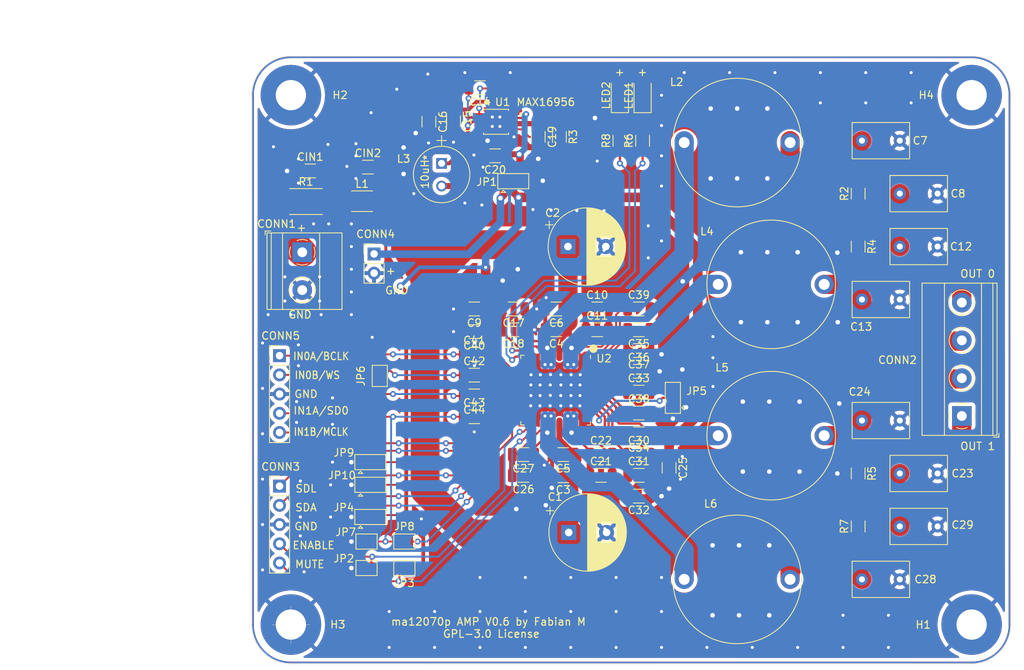
<source format=kicad_pcb>
(kicad_pcb (version 20211014) (generator pcbnew)
  (layers (0 "F.Cu" signal) (31 "B.Cu" signal) (34 "B.Paste" user) (35 "F.Paste" user) (36 "B.SilkS" user "B.Silkscreen") (37 "F.SilkS" user "F.Silkscreen") (38 "B.Mask" user) (39 "F.Mask" user) (44 "Edge.Cuts" user))
  (net 0 "")
  (net 1 "GND")
  (net 2 "Net-(C7-Pad1)")
  (net 3 "Net-(C8-Pad2)")
  (net 4 "Net-(C10-Pad1)")
  (net 5 "Net-(C10-Pad2)")
  (net 6 "Net-(C12-Pad1)")
  (net 7 "Net-(C13-Pad1)")
  (net 8 "Net-(C14-Pad1)")
  (net 9 "Net-(C14-Pad2)")
  (net 10 "Net-(C17-Pad1)")
  (net 11 "AD1")
  (net 12 "AD0")
  (net 13 "OUT0B")
  (net 14 "OUT0A")
  (net 15 "OUT1A")
  (net 16 "OUT1B")
  (net 17 "Net-(C23-Pad1)")
  (net 18 "Net-(C24-Pad2)")
  (net 19 "Net-(C29-Pad1)")
  (net 20 "ENABLE")
  (net 21 "MUTE")
  (net 22 "SDL")
  (net 23 "SDA")
  (net 24 "Net-(C26-Pad1)")
  (net 25 "Net-(C26-Pad2)")
  (net 26 "Net-(C35-Pad1)")
  (net 27 "Net-(C17-Pad2)")
  (net 28 "Net-(R3-Pad2)")
  (net 29 "Net-(CIN1-Pad2)")
  (net 30 "PVDD")
  (net 31 "Net-(C21-Pad1)")
  (net 32 "Ext_supply_5V")
  (net 33 "IN0A")
  (net 34 "Net-(C39-Pad1)")
  (net 35 "IN0B")
  (net 36 "IC_5V")
  (net 37 "Net-(C40-Pad1)")
  (net 38 "IN1B")
  (net 39 "IN1A")
  (net 40 "Net-(C21-Pad2)")
  (net 41 "ERR")
  (net 42 "CLIP")
  (net 43 "Net-(CONN1-Pad1)")
  (net 44 "CLKMS")
  (net 45 "CLKIO")
  (net 46 "Net-(LED1-Pad1)")
  (net 47 "Net-(LED2-Pad1)")
  (net 48 "Net-(C30-Pad1)")
  (net 49 "Net-(C30-Pad2)")
  (net 50 "Net-(C33-Pad1)")
  (net 51 "Net-(C28-Pad1)")
  (net 52 "Net-(C34-Pad2)")
  (net 53 "Net-(C33-Pad2)")
  (net 54 "Net-(C35-Pad2)")
  (net 55 "Net-(C38-Pad1)")
  (net 56 "Net-(C41-Pad1)")
  (net 57 "Net-(C43-Pad1)")
  (net 58 "Net-(C39-Pad2)")
  (net 59 "Net-(C42-Pad1)")
  (net 60 "Net-(C44-Pad2)")
  (net 61 "Net-(C19-Pad1)")
  (net 65 "MSEL0")
  (net 66 "VDD")
  (footprint "Jumper:SolderJumper-3_P1.3mm_Open_Pad1.0x1.5mm" (layer "F.Cu") (at 165.5 89 90)
    (fp_text reference "JP5")
    (fp_text value "SolderJumper_3_Open")
  )
  (footprint "Capacitor_TH_TDK:C_Rect_L7.3_W4.5_P5.0" (layer "F.Cu") (at 190.5 113)
    (fp_text reference "C28")
    (fp_text value "1uF")
  )
  (footprint "Jumper:SolderJumper-2_P1.3mm_Open_Pad1.0x1.5mm" (layer "F.Cu") (at 130 111.5 180)
    (fp_text reference "JP3")
    (fp_text value "SolderJumper_2_Open")
  )
  (footprint "Capacitor_SMD:C_1206_3216Metric" (layer "F.Cu") (at 139.25 77.25 180)
    (fp_text reference "C9")
    (fp_text value "1uF")
  )
  (footprint "Capacitor_SMD:C_1206_3216Metric" (layer "F.Cu") (at 161 96.5)
    (fp_text reference "C30")
    (fp_text value "1uF")
  )
  (footprint "Connector_PinHeader_2.54mm:PinHeader_1x05_P2.54mm_Vertical" (layer "F.Cu") (at 113.5 83.425)
    (fp_text reference "CONN5")
    (fp_text value "Conn_01x05")
  )
  (footprint "Capacitor_SMD:C_1206_3216Metric" (layer "F.Cu") (at 125.1875 58.5)
    (fp_text reference "CIN2")
    (fp_text value "0.022uF")
  )
  (footprint "Capacitor_SMD:C_1206_3216Metric" (layer "F.Cu") (at 161 82.75 180)
    (fp_text reference "C37")
    (fp_text value "0.1uF")
  )
  (footprint "Capacitor_SMD:C_1206_3216Metric" (layer "F.Cu") (at 155.5 77.25)
    (fp_text reference "C10")
    (fp_text value "10uF")
  )
  (footprint "Capacitor_SMD:C_1206_3216Metric" (layer "F.Cu") (at 144.4375 80 180)
    (fp_text reference "C18")
    (fp_text value "10uF")
  )
  (footprint "Capacitor_SMD:C_1206_3216Metric" (layer "F.Cu") (at 161 77.25)
    (fp_text reference "C39")
    (fp_text value "0.1uF")
  )
  (footprint "Capacitor_SMD:C_1206_3216Metric" (layer "F.Cu") (at 150.1 80 180)
    (fp_text reference "C4")
    (fp_text value "0.1uF")
  )
  (footprint "Capacitor_SMD:C_1206_3216Metric" (layer "F.Cu") (at 133.25 52.5 -90)
    (fp_text reference "C16")
    (fp_text value "0.1uF")
  )
  (footprint "Capacitor_SMD:C_1206_3216Metric" (layer "F.Cu") (at 156 99.25)
    (fp_text reference "C21")
    (fp_text value "10uF")
  )
  (footprint "Capacitor_SMD:C_1206_3216Metric" (layer "F.Cu") (at 142 57 180)
    (fp_text reference "C20")
    (fp_text value "22uF")
  )
  (footprint "Connector_PinHeader_2.54mm:PinHeader_1x05_P2.54mm_Vertical" (layer "F.Cu") (at 113.5 100.675)
    (fp_text reference "CONN3")
    (fp_text value "Conn_01x05")
  )
  (footprint "TerminalBlock_Phoenix:TerminalBlock_Phoenix_MKDS-1,5-4_1x04_P5.00mm_Horizontal" (layer "F.Cu") (at 203.705 91.4 90)
    (fp_text reference "CONN2")
    (fp_text value "Screw_Terminal_01x04")
  )
  (footprint "Inductor_Murata_TH:L_Radial_TH_Murata_D16.9_P14.0" (layer "F.Cu") (at 174 55.25 180)
    (fp_text reference "L2")
    (fp_text value "6.8uH")
  )
  (footprint "Capacitor_TH_TDK:C_Rect_L7.3_W4.5_P5.0" (layer "F.Cu") (at 195.5 99)
    (fp_text reference "C23")
    (fp_text value "1uF")
  )
  (footprint "Capacitor_SMD:C_1206_3216Metric" (layer "F.Cu") (at 165 98.25 -90)
    (fp_text reference "C25")
    (fp_text value "1uF")
  )
  (footprint "Capacitor_SMD:C_1206_3216Metric" (layer "F.Cu") (at 161 88.25)
    (fp_text reference "C33")
    (fp_text value "1uF")
  )
  (footprint "Capacitor_SMD:C_1206_3216Metric" (layer "F.Cu") (at 136.5 52.4375 -90)
    (fp_text reference "C15")
    (fp_text value "4,7uF")
  )
  (footprint "Capacitor_SMD:C_1206_3216Metric" (layer "F.Cu") (at 145.75 99.25 180)
    (fp_text reference "C26")
    (fp_text value "10uF")
  )
  (footprint "Connector_PinHeader_2.54mm:PinHeader_1x02_P2.54mm_Vertical" (layer "F.Cu") (at 126 69.975)
    (fp_text reference "CONN4")
    (fp_text value "Conn_01x02")
  )
  (footprint "Inductor_Murata_TH:L_Radial_TH_Murata_D16.9_P14.0" (layer "F.Cu") (at 178.5 74 180)
    (fp_text reference "L4")
    (fp_text value "6.8uH")
  )
  (footprint "MountingHole:MountingHole_4mm_Pad" (layer "F.Cu") (at 115 48.981262)
    (fp_text reference "H2")
    (fp_text value "MountingHole_Pad")
  )
  (footprint "Capacitor_TH_TDK:C_Rect_L7.3_W4.5_P5.0" (layer "F.Cu") (at 195.5 69)
    (fp_text reference "C12")
    (fp_text value "1uF")
  )
  (footprint "Capacitor_SMD:C_1206_3216Metric" (layer "F.Cu") (at 144.4375 77.25 180)
    (fp_text reference "C17")
    (fp_text value "10uF")
  )
  (footprint "Capacitor_SMD:C_1206_3216Metric" (layer "F.Cu") (at 147.7 54.5 -90)
    (fp_text reference "C19")
    (fp_text value "1uF")
  )
  (footprint "Resistor_SMD:R_1206_3216Metric" (layer "F.Cu") (at 190 106 90)
    (fp_text reference "R7")
    (fp_text value "3.6")
  )
  (footprint "MountingHole:MountingHole_4mm_Pad" (layer "F.Cu") (at 205 48.981262)
    (fp_text reference "H4")
    (fp_text value "MountingHole_Pad")
  )
  (footprint "Capacitor_SMD:C_1206_3216Metric" (layer "F.Cu") (at 161 93.75 180)
    (fp_text reference "C34")
    (fp_text value "1uF")
  )
  (footprint "Capacitor_SMD:C_1206_3216Metric" (layer "F.Cu") (at 145.75 96.5 180)
    (fp_text reference "C27")
    (fp_text value "10uF")
  )
  (footprint "Capacitor_SMD:C_1206_3216Metric" (layer "F.Cu") (at 161 99.25)
    (fp_text reference "C31")
    (fp_text value "1uF")
  )
  (footprint "Capacitor_SMD:C_1206_3216Metric" (layer "F.Cu") (at 139.25 91.5)
    (fp_text reference "C43")
    (fp_text value "1uF")
  )
  (footprint "Jumper:SolderJumper-2_P1.3mm_Open_Pad1.0x1.5mm" (layer "F.Cu") (at 125 111.5)
    (fp_text reference "JP2")
    (fp_text value "SolderJumper_2_Open")
  )
  (footprint "Jumper:SolderJumper-3_P1.3mm_Open_Pad1.0x1.5mm" (layer "F.Cu") (at 125.5 104.75)
    (fp_text reference "JP4")
    (fp_text value "SolderJumper_3_Open")
  )
  (footprint "Capacitor_TH_TDK:C_Rect_L7.3_W4.5_P5.0" (layer "F.Cu") (at 190.55 55)
    (fp_text reference "C7")
    (fp_text value "1uF")
  )
  (footprint "Resistor_SMD:R_1206_3216Metric" (layer "F.Cu") (at 158.5 55.0125 90)
    (fp_text reference "R8")
    (fp_text value "2k")
  )
  (footprint "Capacitor_SMD:C_1206_3216Metric" (layer "F.Cu") (at 139.25 86)
    (fp_text reference "C42")
    (fp_text value "1uF")
  )
  (footprint "Capacitor_SMD:C_1206_3216Metric" (layer "F.Cu") (at 161 102 180)
    (fp_text reference "C32")
    (fp_text value "0.1uF")
  )
  (footprint "Jumper:SolderJumper-3_P1.3mm_Open_Pad1.0x1.5mm" (layer "F.Cu") (at 125.5 97.5)
    (fp_text reference "JP9")
    (fp_text value "SolderJumper_3_Open")
  )
  (footprint "Capacitor_SMD:C_1206_3216Metric" (layer "F.Cu") (at 150.1 77.25 180)
    (fp_text reference "C6")
    (fp_text value "1uF")
  )
  (footprint "Capacitor_THT:CP_Radial_D10.0mm_P5.00mm" (layer "F.Cu") (at 151.632323 69)
    (fp_text reference "C2")
    (fp_text value "100uF")
  )
  (footprint "Capacitor_SMD:C_1206_3216Metric" (layer "F.Cu") (at 161 85.5)
    (fp_text reference "C36")
    (fp_text value "1uF")
  )
  (footprint "Capacitor_SMD:C_1206_3216Metric" (layer "F.Cu") (at 151 96.5 180)
    (fp_text reference "C5")
    (fp_text value "0.1uF")
  )
  (footprint "Capacitor_SMD:C_1206_3216Metric" (layer "F.Cu") (at 117.5625 59)
    (fp_text reference "CIN1")
    (fp_text value "0.022uF")
  )
  (footprint "Inductor_SMD:L_2010_5025Metric" (layer "F.Cu") (at 124.4125 63)
    (fp_text reference "L1")
    (fp_text value "47")
  )
  (footprint "Resistor_SMD:R_1206_3216Metric" (layer "F.Cu") (at 190 69 -90)
    (fp_text reference "R4")
    (fp_text value "3.6")
  )
  (footprint "Inductor_Murata_TH:L_Radial_TH_Murata_D16.9_P14.0" (layer "F.Cu") (at 174 113 180)
    (fp_text reference "L6")
    (fp_text value "6.8uH")
  )
  (footprint "Capacitor_TH_TDK:C_Rect_L7.3_W4.5_P5.0" (layer "F.Cu") (at 195.5 92 180)
    (fp_text reference "C24")
    (fp_text value "0.47uF")
  )
  (footprint "MountingHole:MountingHole_4mm_Pad" (layer "F.Cu") (at 115 118.975016)
    (fp_text reference "H3")
    (fp_text value "MountingHole_Pad")
  )
  (footprint "Capacitor_THT:CP_Radial_D10.0mm_P5.00mm" (layer "F.Cu") (at 151.732323 106.8)
    (fp_text reference "C1")
    (fp_text value "100uF")
  )
  (footprint "Resistor_SMD:R_1206_3216Metric" (layer "F.Cu") (at 190 99 -90)
    (fp_text reference "R5")
    (fp_text value "3.6")
  )
  (footprint "Jumper:SolderJumper-2_P1.3mm_Open_Pad1.0x1.5mm" (layer "F.Cu") (at 130 108 180)
    (fp_text reference "JP8")
    (fp_text value "SolderJumper_2_Open")
  )
  (footprint "Resistor_SMD:R_1206_3216Metric" (layer "F.Cu") (at 150.5 54.5 -90)
    (fp_text reference "R3")
    (fp_text value "4.7k")
  )
  (footprint "Jumper:SolderJumper-2_P1.3mm_Open_Pad1.0x1.5mm" (layer "F.Cu") (at 126.75 86.1 90)
    (fp_text reference "JP6")
    (fp_text value "SolderJumper_2_Open")
  )
  (footprint "Inductor_Murata_TH:L_Radial_TH_Murata_D16.9_P14.0" (layer "F.Cu") (at 178.5 94 180)
    (fp_text reference "L5")
    (fp_text value "6.8uH")
  )
  (footprint "Capacitor_SMD:C_1206_3216Metric" (layer "F.Cu") (at 139.25 83.25)
    (fp_text reference "C41")
    (fp_text value "1uF")
  )
  (footprint "Capacitor_TH_TDK:C_Rect_L7.3_W4.5_P5.0" (layer "F.Cu") (at 200.5 62 180)
    (fp_text reference "C8")
    (fp_text value "0.47uF")
  )
  (footprint "Capacitor_TH_TDK:C_Rect_L7.3_W4.5_P5.0" (layer "F.Cu") (at 195.5 106)
    (fp_text reference "C29")
    (fp_text value "0.47uF")
  )
  (footprint "MountingHole:MountingHole_4mm_Pad" (layer "F.Cu") (at 205 118.975016)
    (fp_text reference "H1")
    (fp_text value "MountingHole_Pad")
  )
  (footprint "Capacitor_SMD:C_1206_3216Metric" (layer "F.Cu") (at 156 96.5)
    (fp_text reference "C22")
    (fp_text value "10uF")
  )
  (footprint "Capacitor_SMD:C_1206_3216Metric" (layer "F.Cu") (at 161 80 180)
    (fp_text reference "C35")
    (fp_text value "1uF")
  )
  (footprint "Inductor_TH_Bourns:RLB0712-100KL" (layer "F.Cu") (at 135 59.5 -90)
    (fp_text reference "L3")
    (fp_text value "10uH")
  )
  (footprint "Capacitor_SMD:C_1206_3216Metric" (layer "F.Cu") (at 155.5 80)
    (fp_text reference "C11")
    (fp_text value "10uF")
  )
  (footprint "Capacitor_SMD:C_1206_3216Metric" (layer "F.Cu") (at 139.25 80.25 180)
    (fp_text reference "C40")
    (fp_text value "1uF")
  )
  (footprint "Capacitor_SMD:C_1206_3216Metric" (layer "F.Cu") (at 161 91)
    (fp_text reference "C38")
    (fp_text value "1uF")
  )
  (footprint "LED_SMD:LED_1206_3216Metric" (layer "F.Cu") (at 161.5 49.0125 90)
    (fp_text reference "LED1")
    (fp_text value "LED")
  )
  (footprint "LED_SMD:LED_1206_3216Metric" (layer "F.Cu") (at 158.5 49.0125 90)
    (fp_text reference "LED2")
    (fp_text value "LED")
  )
  (footprint "Resistor_SMD:R_1206_3216Metric" (layer "F.Cu") (at 161.5 55.0125 90)
    (fp_text reference "R6")
    (fp_text value "2k")
  )
  (footprint "Capacitor_SMD:C_1206_3216Metric" (layer "F.Cu") (at 139.25 88.75 180)
    (fp_text reference "C44")
    (fp_text value "1uF")
  )
  (footprint "Jumper:SolderJumper-3_P1.3mm_Open_Pad1.0x1.5mm" (layer "F.Cu") (at 144.4 60.3575)
    (fp_text reference "JP1")
    (fp_text value "SolderJumper_3_Open")
  )
  (footprint "max_16956:MAX16956AUBD&slash_V&plus_" (layer "F.Cu") (at 142.128145 52.5)
    (fp_text reference "U1")
    (fp_text value "MAX16956")
  )
  (footprint "Capacitor_TH_TDK:C_Rect_L7.3_W4.5_P5.0" (layer "F.Cu") (at 190.5 76)
    (fp_text reference "C13")
    (fp_text value "0.47uF")
  )
  (footprint "Resistor_SMD:R_2512_6332Metric" (layer "F.Cu") (at 117 63.05)
    (fp_text reference "R1")
    (fp_text value "0.1R")
  )
  (footprint "Package_DFN_QFN:QFN-64-1EP_9x9mm_P0.5mm_EP5.45x5.45mm" (layer "F.Cu") (at 150 87.98 -90)
    (fp_text reference "U2")
    (fp_text value "MA12070P")
  )
  (footprint "Jumper:SolderJumper-2_P1.3mm_Open_Pad1.0x1.5mm" (layer "F.Cu") (at 125 108)
    (fp_text reference "JP7")
    (fp_text value "SolderJumper_2_Open")
  )
  (footprint "Capacitor_SMD:C_1206_3216Metric" (layer "F.Cu") (at 151 99.3 180)
    (fp_text reference "C3")
    (fp_text value "1uF")
  )
  (footprint "Capacitor_SMD:C_1206_3216Metric" (layer "F.Cu") (at 140 48 180)
    (fp_text reference "C14")
    (fp_text value "0.1uF")
  )
  (footprint "Jumper:SolderJumper-3_P1.3mm_Open_Pad1.0x1.5mm" (layer "F.Cu") (at 125.5 100.5)
    (fp_text reference "JP10")
    (fp_text value "SolderJumper_3_Open")
  )
  (footprint "TerminalBlock_Phoenix:TerminalBlock_Phoenix_MKDS-1,5-2_1x02_P5.00mm_Horizontal" (layer "F.Cu") (at 116.5 69.75 -90)
    (fp_text reference "CONN1")
    (fp_text value "Screw_Terminal_01x02")
  )
  (footprint "Resistor_SMD:R_1206_3216Metric" (layer "F.Cu") (at 190 62 90)
    (fp_text reference "R2")
    (fp_text value "3.6")
  )
  (gr_line (start 110 49.231262) (end 110.000062 119) (layer "F.Cu") (width 0.2))
  (gr_arc (start 210 118.975016) (mid 208.535534 122.51055) (end 205 123.975016) (layer "F.Cu") (width 0.2))
  (gr_line (start 205 43.981262) (end 115 43.975016) (layer "F.Cu") (width 0.2))
  (gr_arc (start 110 49.231262) (mid 111.372738 45.530832) (end 115 43.975016) (layer "F.Cu") (width 0.2))
  (gr_line (start 115 123.975016) (end 205.25 123.981262) (layer "F.Cu") (width 0.2))
  (gr_line (start 210 118.975016) (end 209.994341 49.219088) (layer "F.Cu") (width 0.2))
  (gr_arc (start 205 43.981262) (mid 208.618641 45.530837) (end 209.994341 49.219088) (layer "F.Cu") (width 0.2))
  (gr_arc (start 115 123.975016) (mid 111.469672 122.523029) (end 110.000062 119) (layer "F.Cu") (width 0.2))
  (gr_arc (start 205 43.981262) (mid 208.627262 45.537078) (end 210 49.237508) (layer "B.Cu") (width 0.2))
  (gr_line (start 210 118.731262) (end 210 49.237508) (layer "B.Cu") (width 0.2))
  (gr_line (start 110.005659 49.225334) (end 110 118.981262) (layer "B.Cu") (width 0.2))
  (gr_arc (start 115 123.981262) (mid 111.464466 122.516796) (end 110 118.981262) (layer "B.Cu") (width 0.2))
  (gr_line (start 115.25 123.987508) (end 205.5 123.987508) (layer "B.Cu") (width 0.2))
  (gr_arc (start 110.005659 49.225334) (mid 111.381359 45.537083) (end 115 43.987508) (layer "B.Cu") (width 0.2))
  (gr_line (start 115 43.987508) (end 205 43.981262) (layer "B.Cu") (width 0.2))
  (gr_arc (start 210 118.731262) (mid 208.712311 122.340019) (end 205.25 123.981262) (layer "B.Cu") (width 0.2))
  (gr_circle (center 155 82.5) (end 155.5 82.5) (layer "F.SilkS") (width 0.12) (fill solid))
  (gr_circle (center 140.9 49.9) (end 141.2 49.9) (layer "F.SilkS") (width 0.12) (fill solid))
  (gr_arc (start 115 124.2) (mid 111.323045 122.676955) (end 109.8 119) (layer "Edge.Cuts") (width 0.05))
  (gr_arc (start 210.193753 118.993754) (mid 208.674748 122.670332) (end 205 124.193757) (layer "Edge.Cuts") (width 0.05))
  (gr_arc (start 109.8 49) (mid 111.323045 45.323045) (end 115 43.8) (layer "Edge.Cuts") (width 0.05))
  (gr_arc (start 205 43.806246) (mid 208.672539 45.327461) (end 210.193754 49) (layer "Edge.Cuts") (width 0.05))
  (gr_line (start 210.193754 49) (end 210.193753 118.993754) (layer "Edge.Cuts") (width 0.05))
  (gr_line (start 115 43.8) (end 205 43.806246) (layer "Edge.Cuts") (width 0.05))
  (gr_line (start 109.8 119) (end 109.8 49) (layer "Edge.Cuts") (width 0.05))
  (gr_line (start 205 124.193757) (end 115 124.2) (layer "Edge.Cuts") (width 0.05))
  (gr_text "IN1A/SD0\n\n" (at 119 91.5) (layer "F.SilkS") (effects (font (size 1 1))))
  (gr_text "+" (at 128.2 72.2) (layer "F.SilkS") (effects (font (size 1 1))))
  (gr_text "OUT 1\n" (at 205.8 95.4) (layer "F.SilkS") (effects (font (size 1 1))))
  (gr_text "GND\n" (at 117 88.5) (layer "F.SilkS") (effects (font (size 1 1))))
  (gr_text "+\n" (at 161.4 46 90) (layer "F.SilkS") (effects (font (size 1 1))))
  (gr_text "IN0B/WS\n" (at 118.5 86) (layer "F.SilkS") (effects (font (size 1 0.9))))
  (gr_text "IN1B/MCLK" (at 119 93.5) (layer "F.SilkS") (effects (font (size 1 0.85))))
  (gr_text "GND" (at 117 106) (layer "F.SilkS") (effects (font (size 1 1))))
  (gr_text "MUTE" (at 117.5 111) (layer "F.SilkS") (effects (font (size 1 1))))
  (gr_text "+" (at 116.4 66.5) (layer "F.SilkS") (effects (font (size 1 1))))
  (gr_text "ma12070p AMP V0.6 by Fabian M \nGPL-3.0 License" (at 141.5 119.4) (layer "F.SilkS") (effects (font (size 1 1))))
  (gr_text "ENABLE\n" (at 118 108.5) (layer "F.SilkS") (effects (font (size 1 1))))
  (gr_text "SDL" (at 117 101) (layer "F.SilkS") (effects (font (size 1 1))))
  (gr_text "GND\n" (at 116.2 78) (layer "F.SilkS") (effects (font (size 1 1))))
  (gr_text "+\n" (at 158.4 46 90) (layer "F.SilkS") (effects (font (size 1 1))))
  (gr_text "SDA" (at 117 103.5) (layer "F.SilkS") (effects (font (size 1 1))))
  (gr_text "IN0A/BCLK\n" (at 119 83.5) (layer "F.SilkS") (effects (font (size 1 0.9))))
  (gr_text "GND\n" (at 129 74.8) (layer "F.SilkS") (effects (font (size 1 1))))
  (gr_text "OUT 0" (at 205.8 72.6) (layer "F.SilkS") (effects (font (size 1 1))))
  (target plus (at 115 119) (size 5) (width 0.05) (layer "Edge.Cuts"))
  (segment (start 139.927497 56.489997) (end 140.4375 57) (width 0.25) (layer "F.Cu") (net 1))
  (segment (start 149.525 96.875) (end 148.5 97.9) (width 0.25) (layer "F.Cu") (net 1))
  (segment (start 139.927497 53.500001) (end 139.927497 53.089211) (width 0.5) (layer "F.Cu") (net 1))
  (segment (start 145.8 55.2) (end 142.8 55.2) (width 0.8) (layer "F.Cu") (net 1))
  (segment (start 139.927497 53.500001) (end 139.927497 56.489997) (width 0.5) (layer "F.Cu") (net 1))
  (segment (start 142.8 55.2) (end 141 57) (width 0.8) (layer "F.Cu") (net 1))
  (segment (start 141 57) (end 140.4375 57) (width 0.8) (layer "F.Cu") (net 1))
  (segment (start 146.4625 55.8625) (end 145.8 55.2) (width 0.8) (layer "F.Cu") (net 1))
  (segment (start 136.775 77.25) (end 136.75 77.225) (width 0.25) (layer "F.Cu") (net 1))
  (segment (start 147.7 55.8625) (end 146.4625 55.8625) (width 0.8) (layer "F.Cu") (net 1))
  (segment (start 149.525 96.5) (end 149.525 96.875) (width 0.25) (layer "F.Cu") (net 1))
  (via (at 120 66) (size 0.8) (drill 0.4) (layers "F.Cu" "B.Cu") (net 1))
  (via (at 147.925 90.05) (size 0.8) (drill 0.4) (layers "F.Cu" "B.Cu") (net 1))
  (via (at 152.025 90.05) (size 0.8) (drill 0.4) (layers "F.Cu" "B.Cu") (net 1))
  (via (at 129.9 59.4) (size 1) (drill 0.6) (layers "F.Cu" "B.Cu") (net 1))
  (via (at 146 117.25) (size 0.8) (drill 0.4) (layers "F.Cu" "B.Cu") (net 1))
  (via (at 164 112.75) (size 0.8) (drill 0.4) (layers "F.Cu" "B.Cu") (net 1))
  (via (at 140.4 58.5) (size 0.8) (drill 0.4) (layers "F.Cu" "B.Cu") (net 1))
  (via (at 148.75 75.75) (size 0.8) (drill 0.4) (layers "F.Cu" "B.Cu") (net 1))
  (via (at 170.8 83.7) (size 0.8) (drill 0.4) (layers "F.Cu" "B.Cu") (net 1))
  (via (at 138 63.25) (size 0.8) (drill 0.4) (layers "F.Cu" "B.Cu") (net 1))
  (via (at 118.8 73) (size 0.8) (drill 0.4) (layers "F.Cu" "B.Cu") (net 1))
  (via (at 131.5 54) (size 1) (drill 0.6) (layers "F.Cu" "B.Cu") (net 1))
  (via (at 116 57.4) (size 0.8) (drill 0.4) (layers "F.Cu" "B.Cu") (net 1))
  (via (at 182.25 98.75) (size 1) (drill 0.6) (layers "F.Cu" "B.Cu") (net 1))
  (via (at 111.25 105.75) (size 0.8) (drill 0.4) (layers "F.Cu" "B.Cu") (net 1))
  (via (at 118 66) (size 0.8) (drill 0.4) (layers "F.Cu" "B.Cu") (net 1))
  (via (at 155.5 57.7) (size 0.8) (drill 0.4) (layers "F.Cu" "B.Cu") (net 1))
  (via (at 150.7 87.3) (size 0.8) (drill 0.4) (layers "F.Cu" "B.Cu") (net 1))
  (via (at 139.25 81.75) (size 0.8) (drill 0.4) (layers "F.Cu" "B.Cu") (net 1))
  (via (at 152.05 87.3) (size 0.8) (drill 0.4) (layers "F.Cu" "B.Cu") (net 1))
  (via (at 197 50) (size 0.8) (drill 0.4) (layers "F.Cu" "B.Cu") (net 1))
  (via (at 140.25 63.5) (size 0.8) (drill 0.4) (layers "F.Cu" "B.Cu") (net 1))
  (via (at 148.5 97.9) (size 0.8) (drill 0.4) (layers "F.Cu" "B.Cu") (net 1))
  (via (at 123 69) (size 0.8) (drill 0.4) (layers "F.Cu" "B.Cu") (net 1))
  (via (at 134 122) (size 0.8) (drill 0.4) (layers "F.Cu" "B.Cu") (net 1))
  (via (at 120.25 100.5) (size 0.8) (drill 0.4) (layers "F.Cu" "B.Cu") (net 1))
  (via (at 123 108) (size 1) (drill 0.6) (layers "F.Cu" "B.Cu") (net 1))
  (via (at 156.4 64.25) (size 0.8) (drill 0.4) (layers "F.Cu" "B.Cu") (net 1))
  (via (at 185 50) (size 0.8) (drill 0.4) (layers "F.Cu" "B.Cu") (net 1))
  (via (at 111.25 93.75) (size 0.8) (drill 0.4) (layers "F.Cu" "B.Cu") (net 1))
  (via (at 174.5 79) (size 1) (drill 0.6) (layers "F.Cu" "B.Cu") (net 1))
  (via (at 152 112.75) (size 0.8) (drill 0.4) (layers "F.Cu" "B.Cu") (net 1))
  (via (at 114.5 59) (size 1) (drill 0.6) (layers "F.Cu" "B.Cu") (net 1))
  (via (at 164 49) (size 0.8) (drill 0.4) (layers "F.Cu" "B.Cu") (net 1))
  (via (at 146 112.75) (size 0.8) (drill 0.4) (layers "F.Cu" "B.Cu") (net 1))
  (via (at 150.675 88.7) (size 0.8) (drill 0.4) (layers "F.Cu" "B.Cu") (net 1))
  (via (at 197 46) (size 0.8) (drill 0.4) (layers "F.Cu" "B.Cu") (net 1))
  (via (at 123 104.75) (size 1) (drill 0.6) (layers "F.Cu" "B.Cu") (net 1))
  (via (at 182 122) (size 0.8) (drill 0.4) (layers "F.Cu" "B.Cu") (net 1))
  (via (at 141 55) (size 1) (drill 0.6) (layers "F.Cu" "B.Cu") (net 1))
  (via (at 119 78) (size 0.8) (drill 0.4) (layers "F.Cu" "B.Cu") (net 1))
  (via (at 123 111.5) (size 1) (drill 0.6) (layers "F.Cu" "B.Cu") (net 1))
  (via (at 129.9 55.9) (size 1) (drill 0.6) (layers "F.Cu" "B.Cu") (net 1))
  (via (at 143 73.5) (size 1) (drill 0.6) (layers "F.Cu" "B.Cu") (net 1))
  (via (at 136.5 80.25) (size 0.8) (drill 0.4) (layers "F.Cu" "B.Cu") (net 1))
  (via (at 147.7 57.4) (size 1) (drill 0.6) (layers "F.Cu" "B.Cu") (net 1))
  (via (at 148.7 103.2) (size 1) (drill 0.6) (layers "F.Cu" "B.Cu") (net 1))
  (via (at 170.5 60) (size 1) (drill 0.6) (layers "F.Cu" "B.Cu") (net 1))
  (via (at 141.628145 51.871855) (size 0.8) (drill 0.4) (layers "F.Cu" "B.Cu") (net 1))
  (via (at 123.6 60) (size 0.8) (drill 0.4) (layers "F.Cu" "B.Cu") (net 1))
  (via (at 152 122) (size 0.8) (drill 0.4) (layers "F.Cu" "B.Cu") (net 1))
  (via (at 147.2 80) (size 0.8) (drill 0.4) (layers "F.Cu" "B.Cu") (net 1))
  (via (at 146.7 90.05) (size 0.8) (drill 0.4) (layers "F.Cu" "B.Cu") (net 1))
  (via (at 123 66) (size 0.8) (drill 0.4) (layers "F.Cu" "B.Cu") (net 1))
  (via (at 152 117.25) (size 0.8) (drill 0.4) (layers "F.Cu" "B.Cu") (net 1))
  (via (at 112.7 55.8) (size 0.8) (drill 0.4) (layers "F.Cu" "B.Cu") (net 1))
  (via (at 188 117.75) (size 0.8) (drill 0.4) (layers "F.Cu" "B.Cu") (net 1))
  (via (at 128 122) (size 0.8) (drill 0.4) (layers "F.Cu" "B.Cu") (net 1))
  (via (at 116 82) (size 0.8) (drill 0.4) (layers "F.Cu" "B.Cu") (net 1))
  (via (at 139.25 84.75) (size 0.8) (drill 0.4) (layers "F.Cu" "B.Cu") (net 1))
  (via (at 119.9 55.5) (size 0.8) (drill 0.4) (layers "F.Cu" "B.Cu") (net 1))
  (via (at 166.75 96.75) (size 0.8) (drill 0.4) (layers "F.Cu" "B.Cu") (net 1))
  (via (at 156.4 69.5) (size 0.8) (drill 0.4) (layers "F.Cu" "B.Cu") (net 1))
  (via (at 152.025 88.7) (size 0.8) (drill 0.4) (layers "F.Cu" "B.Cu") (net 1))
  (via (at 158 112.75) (size 0.8) (drill 0.4) (layers "F.Cu" "B.Cu") (net 1))
  (via (at 116.25 104.75) (size 0.8) (drill 0.4) (layers "F.Cu" "B.Cu") (net 1))
  (via (at 187.3 79) (size 1) (drill 0.6) (layers "F.Cu" "B.Cu") (net 1))
  (via (at 150.7 85.95) (size 0.8) (drill 0.4) (layers "F.Cu" "B.Cu") (net 1))
  (via (at 191 50) (size 0.8) (drill 0.4) (layers "F.Cu" "B.Cu") (net 1))
  (via (at 133.2 55.3) (size 0.8) (drill 0.4) (layers "F.Cu" "B.Cu") (net 1))
  (via (at 162.25 66.25) (size 0.8) (drill 0.4) (layers "F.Cu" "B.Cu") (net 1))
  (via (at 174 50.75) (size 1) (drill 0.6) (layers "F.Cu" "B.Cu") (net 1))
  (via (at 178.25 108.5) (size 1) (drill 0.6) (layers "F.Cu" "B.Cu") (net 1))
  (via (at 173 46) (size 0.8) (drill 0.4) (layers "F.Cu" "B.Cu") (net 1))
  (via (at 165.5 91.75) (size 1) (drill 0.6) (layers "F.Cu" "B.Cu") (net 1))
  (via (at 178 79) (size 1) (drill 0.6) (layers "F.Cu" "B.Cu") (net 1))
  (via (at 134 117.25) (size 0.8) (drill 0.4) (layers "F.Cu" "B.Cu") (net 1))
  (via (at 185 46) (size 0.8) (drill 0.4) (layers "F.Cu" "B.Cu") (net 1))
  (via (at 116.25 100) (size 0.8) (drill 0.4) (layers "F.Cu" "B.Cu") (net 1))
  (via (at 144 46) (size 0.8) (drill 0.4) (layers "F.Cu" "B.Cu") (net 1))
  (via (at 152.05 85.95) (size 0.8) (drill 0.4) (layers "F.Cu" "B.Cu") (net 1))
  (via (at 111.25 111.75) (size 0.8) (drill 0.4) (layers "F.Cu" "B.Cu") (net 1))
  (via (at 147.95 87.3) (size 0.8) (drill 0.4) (layers "F.Cu" "B.Cu") (net 1))
  (via (at 147.5 77.25) (size 0.8) (drill 0.4) (layers "F.Cu" "B.Cu") (net 1))
  (via (at 136.5 55.2) (size 0.8) (drill 0.4) (layers "F.Cu" "B.Cu") (net 1))
  (via (at 111.25 81.75) (size 0.8) (drill 0.4) (layers "F.Cu" "B.Cu") (net 1))
  (via (at 164 102) (size 1) (drill 0.6) (layers "F.Cu" "B.Cu") (net 1))
  (via (at 131.25 62) (size 0.8) (drill 0.4) (layers "F.Cu" "B.Cu") (net 1))
  (via (at 118.8 76.2) (size 0.8) (drill 0.4) (layers "F.Cu" "B.Cu") (net 1))
  (via (at 140 112.75) (size 0.8) (drill 0.4) (layers "F.Cu" "B.Cu") (net 1))
  (via (at 155.2 52) (size 1) (drill 0.6) (layers "F.Cu" "B.Cu") (net 1))
  (via (at 149.3 87.3) (size 0.8) (drill 0.4) (layers "F.Cu" "B.Cu") (net 1))
  (via (at 187.5 89.75) (size 1) (drill 0.6) (layers "F.Cu" "B.Cu") (net 1))
  (via (at 140 122) (size 0.8) (drill 0.4) (layers "F.Cu" "B.Cu") (net 1))
  (via (at 178.25 98.75) (size 1) (drill 0.6) (layers "F.Cu" "B.Cu") (net 1))
  (via (at 179 46) (size 0.8) (drill 0.4) (layers "F.Cu" "B.Cu") (net 1))
  (via (at 140 117.25) (size 0.8) (drill 0.4) (layers "F.Cu" "B.Cu") (net 1))
  (via (at 174.25 108.5) (size 1) (drill 0.6) (layers "F.Cu" "B.Cu") (net 1))
  (via (at 153.225 87.3) (size 0.8) (drill 0.4) (layers "F.Cu" "B.Cu") (net 1))
  (via (at 174.5 69.75) (size 1) (drill 0.6) (layers "F.Cu" "B.Cu") (net 1))
  (via (at 123 75) (size 0.8) (drill 0.4) (layers "F.Cu" "B.Cu") (net 1))
  (via (at 120.5 97.5) (size 0.8) (drill 0.4) (layers "F.Cu" "B.Cu") (net 1))
  (via (at 142.628145 53.121855) (size 0.8) (drill 0.4) (layers "F.Cu" "B.Cu") (net 1))
  (via (at 129 48.2) (size 0.8) (drill 0.4) (layers "F.Cu" "B.Cu") (net 1))
  (via (at 178 69.75) (size 1) (drill 0.6) (layers "F.Cu" "B.Cu") (net 1))
  (via (at 167.25 90.25) (size 1) (drill 0.6) (layers "F.Cu" "B.Cu") (net 1))
  (via (at 133.1 46.2) (size 0.8) (drill 0.4) (layers "F.Cu" "B.Cu") (net 1))
  (via (at 156.5 106.3) (size 0.8) (drill 0.4) (layers "F.Cu" "B.Cu") (net 1))
  (via (at 166.75 85.25) (size 1) (drill 0.6) (layers "F.Cu" "B.Cu") (net 1))
  (via (at 163.75 85.5) (size 1) (drill 0.6) (layers "F.Cu" "B.Cu") (net 1))
  (via (at 178.25 89.5) (size 1) (drill 0.6) (layers "F.Cu" "B.Cu") (net 1))
  (via (at 115.75 89.5) (size 0.8) (drill 0.4) (layers "F.Cu" "B.Cu") (net 1))
  (via (at 123 78) (size 0.8) (drill 0.4) (layers "F.Cu" "B.Cu") (net 1))
  (via (at 111.25 87.75) (size 0.8) (drill 0.4) (layers "F.Cu" "B.Cu") (net 1))
  (via (at 146.75 85.95) (size 0.8) (drill 0.4) (layers "F.Cu" "B.Cu") (net 1))
  (via (at 149.5 100.9) (size 1) (drill 0.6) (layers "F.Cu" "B.Cu") (net 1))
  (via (at 164 83.25) (size 1) (drill 0.6) (layers "F.Cu" "B.Cu") (net 1))
  (via (at 165 101) (size 1) (drill 0.6) (layers "F.Cu" "B.Cu") (net 1))
  (via (at 191 46) (size 0.8) (drill 0.4) (layers "F.Cu" "B.Cu") (net 1))
  (via (at 164 122) (size 0.8) (drill 0.4) (layers "F.Cu" "B.Cu") (net 1))
  (via (at 174.25 117.75) (size 1) (drill 0.6) (layers "F.Cu" "B.Cu") (net 1))
  (via (at 170.75 117.75) (size 1) (drill 0.6) (layers "F.Cu" "B.Cu") (net 1))
  (via (at 142.628145 51.871855) (size 0.8) (drill 0.4) (layers "F.Cu" "B.Cu") (net 1))
  (via (at 194 117.75) (size 0.8) (drill 0.4) (layers "F.Cu" "B.Cu") (net 1))
  (via (at 149.4 64.2) (size 0.8) (drill 0.4) (layers "F.Cu" "B.Cu") (net 1))
  (via (at 146.725 88.7) (size 0.8) (drill 0.4) (layers "F.Cu" "B.Cu") (net 1))
  (via (at 144.8 103.7) (size 1) (drill 0.6) (layers "F.Cu" "B.Cu") (net 1))
  (via (at 158 122) (size 0.8) (drill 0.4) (layers "F.Cu" "B.Cu") (net 1))
  (via (at 120.25 104.75) (size 0.8) (drill 0.4) (layers "F.Cu" "B.Cu") (net 1))
  (via (at 146 122) (size 0.8) (drill 0.4) (layers "F.Cu" "B.Cu") (net 1))
  (via (at 178 50.75) (size 1) (drill 0.6) (layers "F.Cu" "B.Cu") (net 1))
  (via (at 182 69.75) (size 1) (drill 0.6) (layers "F.Cu" "B.Cu") (net 1))
  (via (at 174 60) (size 1) (drill 0.6) (layers "F.Cu" "B.Cu") (net 1))
  (via (at 178.25 117.75) (size 1) (drill 0.6) (layers "F.Cu" "B.Cu") (net 1))
  (via (at 132.25 105) (size 0.8) (drill 0.4) (layers "F.Cu" "B.Cu") (net 1))
  (via (at 164 57) (size 0.8) (drill 0.4) (layers "F.Cu" "B.Cu") (net 1))
  (via (at 182.25 89.5) (size 1) (drill 0.6) (layers "F.Cu" "B.Cu") (net 1))
  (via (at 136.5 77.25) (size 0.8) (drill 0.4) (layers "F.Cu" "B.Cu") (net 1))
  (via (at 164 53) (size 0.8) (drill 0.4) (layers "F.Cu" "B.Cu") (net 1))
  (via (at 150.675 90.05) (size 0.8) (drill 0.4) (layers "F.Cu" "B.Cu") (net 1))
  (via (at 149.325 85.925) (size 0.8) (drill 0.4) (layers "F.Cu" "B.Cu") (net 1))
  (via (at 138 46) (size 0.8) (drill 0.4) (layers "F.Cu" "B.Cu") (net 1))
  (via (at 123.6 57) (size 0.8) (drill 0.4) (layers "F.Cu" "B.Cu") (net 1))
  (via (at 125.75 81) (size 0.8) (drill 0.4) (layers "F.Cu" "B.Cu") (net 1))
  (via (at 153.2 90.05) (size 0.8) (drill 0.4) (layers "F.Cu" "B.Cu") (net 1))
  (via (at 166.5 99.75) (size 0.8) (drill 0.4) (layers "F.Cu" "B.Cu") (net 1))
  (via (at 148.3 60.3) (size 1) (drill 0.6) (layers "F.Cu" "B.Cu") (net 1))
  (via (at 153.25 85.95) (size 0.8) (drill 0.4) (layers "F.Cu" "B.Cu") (net 1))
  (via (at 146.725 87.3) (size 0.8) (drill 0.4) (layers "F.Cu" "B.Cu") (net 1))
  (via (at 158 117.25) (size 0.8) (drill 0.4) (layers "F.Cu" "B.Cu") (net 1))
  (via (at 120.5 92.5) (size 0.8) (drill 0.4) (layers "F.Cu" "B.Cu") (net 1))
  (via (at 149.3 88.675) (size 0.8) (drill 0.4) (layers "F.Cu" "B.Cu") (net 1))
  (via (at 182 79) (size 1) (drill 0.6) (layers "F.Cu" "B.Cu") (net 1))
  (via (at 149.275 90.05) (size 0.8) (drill 0.4) (layers "F.Cu" "B.Cu") (net 1))
  (via (at 170 122) (size 0.8) (drill 0.4) (layers "F.Cu" "B.Cu") (net 1))
  (via (at 139.2 56.9) (size 0.8) (drill 0.4) (layers "F.Cu" "B.Cu") (net 1))
  (via (at 115 78) (size 0.8) (drill 0.4) (layers "F.Cu" "B.Cu") (net 1))
  (via (at 116.75 112) (size 0.8) (drill 0.4) (layers "F.Cu" "B.Cu") (net 1))
  (via (at 178 60) (size 1) (drill 0.6) (layers "F.Cu" "B.Cu") (net 1))
  (via (at 116 60.6) (size 0.8) (drill 0.4) (layers "F.Cu" "B.Cu") (net 1))
  (via (at 141.628145 53.121855) (size 0.8) (drill 0.4) (layers "F.Cu" "B.Cu") (net 1))
  (via (at 122.4 58.4) (size 0.8) (drill 0.4) (layers "F.Cu" "B.Cu") (net 1))
  (via (at 174.75 98.75) (size 1) (drill 0.6) (layers "F.Cu" "B.Cu") (net 1))
  (via (at 116 84.75) (size 0.8) (drill 0.4) (layers "F.Cu" "B.Cu") (net 1))
  (via (at 147 64.1) (size 0.8) (drill 0.4) (layers "F.Cu" "B.Cu") (net 1))
  (via (at 145 72) (size 1) (drill 0.6) (layers "F.Cu" "B.Cu") (net 1))
  (via (at 176 122) (size 0.8) (drill 0.4) (layers "F.Cu" "B.Cu") (net 1))
  (via (at 164 61) (size 0.8) (drill 0.4) (layers "F.Cu" "B.Cu") (net 1))
  (via (at 167 46) (size 0.8) (drill 0.4) (layers "F.Cu" "B.Cu") (net 1))
  (via (at 112 78) (size 0.8) (drill 0.4) (layers "F.Cu" "B.Cu") (net 1))
  (via (at 123 100.5) (size 1) (drill 0.6) (layers "F.Cu" "B.Cu") (net 1))
  (via (at 144.5 54.5) (size 0.8) (drill 0.4) (layers "F.Cu" "B.Cu") (net 1))
  (via (at 187.25 69.8) (size 1) (drill 0.6) (layers "F.Cu" "B.Cu") (net 1))
  (via (at 111.25 99.75) (size 0.8) (drill 0.4) (layers "F.Cu" "B.Cu") (net 1))
  (via (at 123 72) (size 0.8) (drill 0.4) (layers "F.Cu" "B.Cu") (net 1))
  (via (at 147.95 88.7) (size 0.8) (drill 0.4) (layers "F.Cu" "B.Cu") (net 1))
  (via (at 170.5 50.75) (size 1) (drill 0.6) (layers "F.Cu" "B.Cu") (net 1))
  (via (at 115.75 92.25) (size 0.8) (drill 0.4) (layers "F.Cu" "B.Cu") (net 1))
  (via (at 194 122) (size 0.8) (drill 0.4) (layers "F.Cu" "B.Cu") (net 1))
  (via (at 187.25 99) (size 1) (drill 0.6) (layers "F.Cu" "B.Cu") (net 1))
  (via (at 170.8 87.5) (size 0.8) (drill 0.4) (layers "F.Cu" "B.Cu") (net 1))
  (via (at 114.2 76.2) (size 0.8) (drill 0.4) (layers "F.Cu" "B.Cu") (net 1))
  (via (at 166.8 73.6) (size 1) (drill 0.6) (layers "F.Cu" "B.Cu") (net 1))
  (via (at 128 117.25) (size 0.8) (drill 0.4) (layers "F.Cu" "B.Cu") (net 1))
  (via (at 153.225 88.7) (size 0.8) (drill 0.4) (layers "F.Cu" "B.Cu") (net 1))
  (via (at 120.5 89) (size 0.8) (drill 0.4) (layers "F.Cu" "B.Cu") (net 1))
  (via (at 164 117.25) (size 0.8) (drill 0.4) (layers "F.Cu" "B.Cu") (net 1))
  (via (at 170.75 108.5) (size 1) (drill 0.6) (layers "F.Cu" "B.Cu") (net 1))
  (via (at 116.25 107.25) (size 0.8) (drill 0.4) (layers "F.Cu" "B.Cu") (net 1))
  (via (at 164 68.25) (size 0.8) (drill 0.4) (layers "F.Cu" "B.Cu") (net 1))
  (via (at 139.25 93.5) (size 0.8) (drill 0.4) (layers "F.Cu" "B.Cu") (net 1))
  (via (at 123 97.5) (size 1) (drill 0.6) (layers "F.Cu" "B.Cu") (net 1))
  (via (at 152.8 64.25) (size 0.8) (drill 0.4) (layers "F.Cu" "B.Cu") (net 1))
  (via (at 162.25 70.5) (size 0.8) (drill 0.4) (layers "F.Cu" "B.Cu") (net 1))
  (via (at 123.6 55.4) (size 0.8) (drill 0.4) (layers "F.Cu" "B.Cu") (net 1))
  (via (at 125.6 51.3) (size 0.8) (drill 0.4) (layers "F.Cu" "B.Cu") (net 1))
  (via (at 147.975 85.95) (size 0.8) (drill 0.4) (layers "F.Cu" "B.Cu") (net 1))
  (via (at 170.8 80.9) (size 0.8) (drill 0.4) (layers "F.Cu" "B.Cu") (net 1))
  (via (at 114.2 73) (size 0.8) (drill 0.4) (layers "F.Cu" "B.Cu") (net 1))
  (via (at 188 122) (size 0.8) (drill 0.4) (layers "F.Cu" "B.Cu") (net 1))
  (via (at 174.75 89.5) (size 1) (drill 0.6) (layers "F.Cu" "B.Cu") (net 1))
  (segment (start 190 55.5) (end 190.5 55) (width 2.54) (layer "F.Cu") (net 2))
  (segment (start 190 60.45) (end 190 55.5) (width 2.54) (layer "F.Cu") (net 2))
  (segment (start 181 55) (end 181 57) (width 2.54) (layer "F.Cu") (net 3))
  (segment (start 195.5 63.5) (end 197 65) (width 2.54) (layer "F.Cu") (net 3))
  (segment (start 195.5 62) (end 195.5 63.5) (width 2.54) (layer "F.Cu") (net 3))
  (segment (start 203.695 66.695) (end 203.695 76.39) (width 2.54) (layer "F.Cu") (net 3))
  (segment (start 187.55 63.55) (end 190 63.55) (width 2.54) (layer "F.Cu") (net 3))
  (segment (start 193.95 63.55) (end 195.5 62) (width 2.54) (layer "F.Cu") (net 3))
  (segment (start 202 65) (end 203.695 66.695) (width 2.54) (layer "F.Cu") (net 3))
  (segment (start 181 57) (end 187.55 63.55) (width 2.54) (layer "F.Cu") (net 3))
  (segment (start 197 65) (end 202 65) (width 2.54) (layer "F.Cu") (net 3))
  (segment (start 190 63.55) (end 193.95 63.55) (width 2.54) (layer "F.Cu") (net 3))
  (segment (start 151.25 81.95) (end 151.25 83.5425) (width 0.3) (layer "F.Cu") (net 4))
  (segment (start 154.025 80.975) (end 153.5 81.5) (width 0.3) (layer "F.Cu") (net 4))
  (segment (start 153.5 81.5) (end 151.7 81.5) (width 0.3) (layer "F.Cu") (net 4))
  (segment (start 151.7 81.5) (end 151.25 81.95) (width 0.3) (layer "F.Cu") (net 4))
  (segment (start 154.025 80) (end 154.025 80.975) (width 0.3) (layer "F.Cu") (net 4))
  (segment (start 154 77.25) (end 154 80.25) (width 0.8) (layer "F.Cu") (net 4))
  (segment (start 156.05 82.25) (end 156.975 81.325) (width 0.25) (layer "F.Cu") (net 5))
  (segment (start 152.75 83.5425) (end 152.75 83) (width 0.3) (layer "F.Cu") (net 5))
  (segment (start 152.75 83) (end 153.5 82.25) (width 0.25) (layer "F.Cu") (net 5))
  (segment (start 153.5 82.25) (end 156.05 82.25) (width 0.25) (layer "F.Cu") (net 5))
  (segment (start 156.975 81.325) (end 156.975 80) (width 0.25) (layer "F.Cu") (net 5))
  (segment (start 157 77.25) (end 157 80.25) (width 0.8) (layer "F.Cu") (net 5))
  (segment (start 193.95 67.45) (end 195.5 69) (width 2.54) (layer "F.Cu") (net 6))
  (segment (start 190 67.45) (end 193.95 67.45) (width 2.54) (layer "F.Cu") (net 6))
  (segment (start 190 70.55) (end 190 75.5) (width 2.54) (layer "F.Cu") (net 7))
  (segment (start 203.605 81.5) (end 203.705 81.4) (width 2.54) (layer "F.Cu") (net 7))
  (segment (start 193.5 81.5) (end 203.605 81.5) (width 2.54) (layer "F.Cu") (net 7))
  (segment (start 190.5 76) (end 190.5 78.5) (width 2.54) (layer "F.Cu") (net 7))
  (segment (start 188.5 74) (end 190.5 76) (width 2.54) (layer "F.Cu") (net 7))
  (segment (start 190.5 78.5) (end 193.5 81.5) (width 2.54) (layer "F.Cu") (net 7))
  (segment (start 185.5 74) (end 188.5 74) (width 2.54) (layer "F.Cu") (net 7))
  (segment (start 139.9 51.472502) (end 139.927497 51.499999) (width 0.25) (layer "F.Cu") (net 8))
  (segment (start 139.9 50.7) (end 139.9 51.472502) (width 0.25) (layer "F.Cu") (net 8))
  (segment (start 140 48.1) (end 141.4625 48.1) (width 0.25) (layer "F.Cu") (net 8))
  (segment (start 141.4625 48.1) (end 141.5625 48) (width 0.25) (layer "F.Cu") (net 8))
  (via (at 139.9 50.7) (size 0.8) (drill 0.4) (layers "F.Cu" "B.Cu") (net 8))
  (via (at 140 48.1) (size 0.8) (drill 0.4) (layers "F.Cu" "B.Cu") (net 8))
  (segment (start 139.9 50.7) (end 140 50.6) (width 0.25) (layer "B.Cu") (net 8))
  (segment (start 140 50.6) (end 140 48.1) (width 0.25) (layer "B.Cu") (net 8))
  (segment (start 138.4 55.525) (end 138.4 53) (width 0.5) (layer "F.Cu") (net 9))
  (segment (start 138.975001 52.5) (end 138.964213 52.510788) (width 0.25) (layer "F.Cu") (net 9))
  (segment (start 138.5 49.4) (end 138.5 48.0625) (width 0.25) (layer "F.Cu") (net 9))
  (segment (start 134.92527 58) (end 135.925 58) (width 0.5) (layer "F.Cu") (net 9))
  (segment (start 139.927497 52.5) (end 138.975001 52.5) (width 0.25) (layer "F.Cu") (net 9))
  (segment (start 135.925 58) (end 138.4 55.525) (width 0.5) (layer "F.Cu") (net 9))
  (segment (start 138.5 48.0625) (end 138.4375 48) (width 0.25) (layer "F.Cu") (net 9))
  (segment (start 138.85 52.625001) (end 138.964213 52.510788) (width 0.3) (layer "F.Cu") (net 9))
  (segment (start 138.4 53) (end 138.774999 52.625001) (width 0.5) (layer "F.Cu") (net 9))
  (segment (start 138.964213 52.510788) (end 139.25 52.510788) (width 0.3) (layer "F.Cu") (net 9))
  (via (at 138.4 53) (size 0.8) (drill 0.4) (layers "F.Cu" "B.Cu") (net 9))
  (via (at 138.5 49.4) (size 0.8) (drill 0.4) (layers "F.Cu" "B.Cu") (net 9))
  (segment (start 138.4 53) (end 138.4 49.5) (width 0.25) (layer "B.Cu") (net 9))
  (segment (start 138.4 49.5) (end 138.5 49.4) (width 0.25) (layer "B.Cu") (net 9))
  (segment (start 149.75 81.95) (end 149.3 81.5) (width 0.3) (layer "F.Cu") (net 10))
  (segment (start 149.3 81.5) (end 147.1625 81.5) (width 0.3) (layer "F.Cu") (net 10))
  (segment (start 147.1625 81.5) (end 145.9125 80.25) (width 0.3) (layer "F.Cu") (net 10))
  (segment (start 149.75 83.5425) (end 149.75 81.95) (width 0.3) (layer "F.Cu") (net 10))
  (segment (start 146 77.25) (end 146 80.25) (width 0.8) (layer "F.Cu") (net 10))
  (segment (start 125.5 99.5) (end 125.5 100.5) (width 0.25) (layer "F.Cu") (net 11))
  (segment (start 135.5 99.25) (end 137 99.25) (width 0.25) (layer "F.Cu") (net 11))
  (segment (start 137 99.25) (end 142.75 93.5) (width 0.25) (layer "F.Cu") (net 11))
  (segment (start 142.75 91.5) (end 144.02 90.23) (width 0.25) (layer "F.Cu") (net 11))
  (segment (start 144.02 90.23) (end 145.5625 90.23) (width 0.25) (layer "F.Cu") (net 11))
  (segment (start 129.25 99.25) (end 125.75 99.25) (width 0.25) (layer "F.Cu") (net 11))
  (segment (start 125.75 99.25) (end 125.5 99.5) (width 0.25) (layer "F.Cu") (net 11))
  (segment (start 142.75 93.5) (end 142.75 91.5) (width 0.25) (layer "F.Cu") (net 11))
  (via (at 135.5 99.25) (size 0.8) (drill 0.4) (layers "F.Cu" "B.Cu") (net 11))
  (via (at 129.25 99.25) (size 0.8) (drill 0.4) (layers "F.Cu" "B.Cu") (net 11))
  (segment (start 129.25 99.25) (end 135.5 99.25) (width 0.25) (layer "B.Cu") (net 11))
  (segment (start 139.5 96) (end 142.25 93.25) (width 0.25) (layer "F.Cu") (net 12))
  (segment (start 143.77 89.73) (end 145.5625 89.73) (width 0.25) (layer "F.Cu") (net 12))
  (segment (start 129.25 96) (end 126 96) (width 0.25) (layer "F.Cu") (net 12))
  (segment (start 142.25 93.25) (end 142.25 91.25) (width 0.25) (layer "F.Cu") (net 12))
  (segment (start 126 96) (end 125.5 96.5) (width 0.25) (layer "F.Cu") (net 12))
  (segment (start 125.5 96.5) (end 125.5 97.5) (width 0.25) (layer "F.Cu") (net 12))
  (segment (start 135.5 96) (end 139.5 96) (width 0.25) (layer "F.Cu") (net 12))
  (segment (start 142.25 91.25) (end 143.77 89.73) (width 0.25) (layer "F.Cu") (net 12))
  (via (at 135.5 96) (size 0.8) (drill 0.4) (layers "F.Cu" "B.Cu") (net 12))
  (via (at 129.25 96) (size 0.8) (drill 0.4) (layers "F.Cu" "B.Cu") (net 12))
  (segment (start 129.25 96) (end 135.5 96) (width 0.25) (layer "B.Cu") (net 12))
  (via (at 148.9 82.4) (size 1) (drill 0.6) (layers "F.Cu" "B.Cu") (net 13))
  (via (at 149.4 84.6) (size 0.8) (drill 0.4) (layers "F.Cu" "B.Cu") (net 13))
  (via (at 148.6 84.6) (size 0.8) (drill 0.4) (layers "F.Cu" "B.Cu") (net 13))
  (segment (start 160.6 76.4) (end 167 70) (width 2.54) (layer "B.Cu") (net 13))
  (segment (start 153.1 76.4) (end 160.6 76.4) (width 2.54) (layer "B.Cu") (net 13))
  (segment (start 148.9 84.3) (end 148.6 84.6) (width 1.27) (layer "B.Cu") (net 13))
  (segment (start 148.9 82.4) (end 148.9 80.6) (width 2.54) (layer "B.Cu") (net 13))
  (segment (start 148.9 82.4) (end 148.9 84.3) (width 1.27) (layer "B.Cu") (net 13))
  (segment (start 167 70) (end 167 55) (width 2.54) (layer "B.Cu") (net 13))
  (segment (start 148.9 80.6) (end 153.1 76.4) (width 2.54) (layer "B.Cu") (net 13))
  (segment (start 148.9 84.1) (end 149.4 84.6) (width 1.27) (layer "B.Cu") (net 13))
  (via (at 152.1 82.4) (size 1) (drill 0.6) (layers "F.Cu" "B.Cu") (net 14))
  (via (at 152.4 84.6) (size 0.8) (drill 0.4) (layers "F.Cu" "B.Cu") (net 14))
  (via (at 151.6 84.6) (size 0.8) (drill 0.4) (layers "F.Cu" "B.Cu") (net 14))
  (segment (start 153.75 80.75) (end 163.05 80.75) (width 2.54) (layer "B.Cu") (net 14))
  (segment (start 152.1 84.3) (end 152.4 84.6) (width 1.27) (layer "B.Cu") (net 14))
  (segment (start 152.1 82.4) (end 152.1 84.3) (width 1.27) (layer "B.Cu") (net 14))
  (segment (start 152.1 82.4) (end 153.75 80.75) (width 2.54) (layer "B.Cu") (net 14))
  (segment (start 152.1 84.1) (end 151.6 84.6) (width 1.27) (layer "B.Cu") (net 14))
  (segment (start 163.05 80.75) (end 169.8 74) (width 2.54) (layer "B.Cu") (net 14))
  (segment (start 169.8 74) (end 171.5 74) (width 2.54) (layer "B.Cu") (net 14))
  (via (at 152.4 91.4) (size 0.8) (drill 0.4) (layers "F.Cu" "B.Cu") (net 15))
  (via (at 152.1 93.6) (size 1) (drill 0.6) (layers "F.Cu" "B.Cu") (net 15))
  (via (at 151.6 91.4) (size 0.8) (drill 0.4) (layers "F.Cu" "B.Cu") (net 15))
  (segment (start 152.1 93.6) (end 152.5 94) (width 2.54) (layer "B.Cu") (net 15))
  (segment (start 152.5 94) (end 171.5 94) (width 2.54) (layer "B.Cu") (net 15))
  (segment (start 152.1 91.9) (end 151.6 91.4) (width 1.27) (layer "B.Cu") (net 15))
  (segment (start 152.1 93.6) (end 152.1 91.7) (width 1.27) (layer "B.Cu") (net 15))
  (segment (start 152.1 91.7) (end 152.4 91.4) (width 1.27) (layer "B.Cu") (net 15))
  (via (at 149.4 91.4) (size 0.8) (drill 0.4) (layers "F.Cu" "B.Cu") (net 16))
  (via (at 148.9 93.6) (size 1) (drill 0.6) (layers "F.Cu" "B.Cu") (net 16))
  (via (at 148.6 91.4) (size 0.8) (drill 0.4) (layers "F.Cu" "B.Cu") (net 16))
  (segment (start 148.9 91.9) (end 149.4 91.4) (width 1.27) (layer "B.Cu") (net 16))
  (segment (start 157.9 100.1) (end 167 109.2) (width 2.54) (layer "B.Cu") (net 16))
  (segment (start 167 109.2) (end 167 113) (width 2.54) (layer "B.Cu") (net 16))
  (segment (start 148.9 93.6) (end 148.9 94.9) (width 1.27) (layer "B.Cu") (net 16))
  (segment (start 149.25 95.25) (end 154.1 100.1) (width 2.54) (layer "B.Cu") (net 16))
  (segment (start 148.9 93.6) (end 148.9 91.7) (width 1.27) (layer "B.Cu") (net 16))
  (segment (start 148.9 94.9) (end 149.25 95.25) (width 1.27) (layer "B.Cu") (net 16))
  (segment (start 154.1 100.1) (end 157.9 100.1) (width 2.54) (layer "B.Cu") (net 16))
  (segment (start 148.9 91.7) (end 148.6 91.4) (width 1.27) (layer "B.Cu") (net 16))
  (segment (start 193.95 100.55) (end 195.5 99) (width 2.54) (layer "F.Cu") (net 17))
  (segment (start 190 100.55) (end 193.95 100.55) (width 2.54) (layer "F.Cu") (net 17))
  (segment (start 190.5 88.5) (end 192.5 86.5) (width 2.54) (layer "F.Cu") (net 18))
  (segment (start 190 97.45) (end 190 92.5) (width 2.54) (layer "F.Cu") (net 18))
  (segment (start 203.605 86.5) (end 203.705 86.4) (width 2.54) (layer "F.Cu") (net 18))
  (segment (start 192.5 86.5) (end 203.605 86.5) (width 2.54) (layer "F.Cu") (net 18))
  (segment (start 190.5 92) (end 190.5 88.5) (width 2.54) (layer "F.Cu") (net 18))
  (segment (start 188.5 94) (end 190.5 92) (width 2.54) (layer "F.Cu") (net 18))
  (segment (start 185.5 94) (end 188.5 94) (width 2.54) (layer "F.Cu") (net 18))
  (segment (start 181 113) (end 181 111.732234) (width 2.54) (layer "F.Cu") (net 19))
  (segment (start 190 104.45) (end 193.95 104.45) (width 2.54) (layer "F.Cu") (net 19))
  (segment (start 195.5 105.1) (end 197.6 103) (width 2.54) (layer "F.Cu") (net 19))
  (segment (start 195.5 106) (end 195.5 105.1) (width 2.54) (layer "F.Cu") (net 19))
  (segment (start 181 111.732234) (end 188.282234 104.45) (width 2.54) (layer "F.Cu") (net 19))
  (segment (start 202 103) (end 203.695 101.305) (width 2.54) (layer "F.Cu") (net 19))
  (segment (start 193.95 104.45) (end 195.5 106) (width 2.54) (layer "F.Cu") (net 19))
  (segment (start 197.6 103) (end 202 103) (width 2.54) (layer "F.Cu") (net 19))
  (segment (start 203.695 101.305) (end 203.695 91.41) (width 2.54) (layer "F.Cu") (net 19))
  (segment (start 188.282234 104.45) (end 190 104.45) (width 2.54) (layer "F.Cu") (net 19))
  (segment (start 125.75 110) (end 126.5 110) (width 0.25) (layer "F.Cu") (net 20))
  (segment (start 146.25 93) (end 146.25 92.4175) (width 0.25) (layer "F.Cu") (net 20))
  (segment (start 113.5 108.295) (end 115.205 110) (width 0.25) (layer "F.Cu") (net 20))
  (segment (start 145.75 93.5) (end 146.25 93) (width 0.25) (layer "F.Cu") (net 20))
  (segment (start 125.65 111.5) (end 125.65 110.1) (width 0.25) (layer "F.Cu") (net 20))
  (segment (start 125.65 110.1) (end 125.75 110) (width 0.25) (layer "F.Cu") (net 20))
  (segment (start 145.25 93.5) (end 145.75 93.5) (width 0.25) (layer "F.Cu") (net 20))
  (segment (start 115.205 110) (end 126.5 110) (width 0.25) (layer "F.Cu") (net 20))
  (via (at 125.75 110) (size 0.8) (drill 0.4) (layers "F.Cu" "B.Cu") (net 20))
  (via (at 145.25 93.5) (size 0.8) (drill 0.4) (layers "F.Cu" "B.Cu") (net 20))
  (segment (start 143.25 95.5) (end 143.25 101.25) (width 0.25) (layer "B.Cu") (net 20))
  (segment (start 134.5 110) (end 125.75 110) (width 0.25) (layer "B.Cu") (net 20))
  (segment (start 143.25 101.25) (end 134.5 110) (width 0.25) (layer "B.Cu") (net 20))
  (segment (start 145.25 93.5) (end 143.25 95.5) (width 0.25) (layer "B.Cu") (net 20))
  (segment (start 129.25 113.25) (end 129.35 113.15) (width 0.25) (layer "F.Cu") (net 21))
  (segment (start 146.75 93.5) (end 146.75 92.4175) (width 0.25) (layer "F.Cu") (net 21))
  (segment (start 145.5 94.75) (end 146.75 93.5) (width 0.25) (layer "F.Cu") (net 21))
  (segment (start 129.25 113.25) (end 115.915 113.25) (width 0.25) (layer "F.Cu") (net 21))
  (segment (start 129.35 113.15) (end 129.35 111.5) (width 0.25) (layer "F.Cu") (net 21))
  (segment (start 145.25 94.75) (end 145.5 94.75) (width 0.25) (layer "F.Cu") (net 21))
  (segment (start 115.915 113.25) (end 113.5 110.835) (width 0.25) (layer "F.Cu") (net 21))
  (via (at 129.25 113.25) (size 0.8) (drill 0.4) (layers "F.Cu" "B.Cu") (net 21))
  (via (at 145.25 94.75) (size 0.8) (drill 0.4) (layers "F.Cu" "B.Cu") (net 21))
  (segment (start 144.25 101.25) (end 132.25 113.25) (width 0.25) (layer "B.Cu") (net 21))
  (segment (start 145.25 94.75) (end 144.25 95.75) (width 0.25) (layer "B.Cu") (net 21))
  (segment (start 132.25 113.25) (end 129.25 113.25) (width 0.25) (layer "B.Cu") (net 21))
  (segment (start 144.25 95.75) (end 144.25 101.25) (width 0.25) (layer "B.Cu") (net 21))
  (segment (start 143.52 89.23) (end 145.5625 89.23) (width 0.25) (layer "F.Cu") (net 22))
  (segment (start 129.25 95) (end 119.175 95) (width 0.25) (layer "F.Cu") (net 22))
  (segment (start 141.75 91) (end 143.52 89.23) (width 0.25) (layer "F.Cu") (net 22))
  (segment (start 119.175 95) (end 113.5 100.675) (width 0.25) (layer "F.Cu") (net 22))
  (segment (start 141.75 93) (end 141.75 91) (width 0.25) (layer "F.Cu") (net 22))
  (segment (start 139.75 95) (end 141.75 93) (width 0.25) (layer "F.Cu") (net 22))
  (segment (start 135.5 95) (end 139.75 95) (width 0.25) (layer "F.Cu") (net 22))
  (via (at 129.25 95) (size 0.8) (drill 0.4) (layers "F.Cu" "B.Cu") (net 22))
  (via (at 135.5 95) (size 0.8) (drill 0.4) (layers "F.Cu" "B.Cu") (net 22))
  (segment (start 135.5 95) (end 129.25 95) (width 0.25) (layer "B.Cu") (net 22))
  (segment (start 139 99) (end 139 98) (width 0.25) (layer "F.Cu") (net 23))
  (segment (start 129.25 102) (end 114.715 102) (width 0.25) (layer "F.Cu") (net 23))
  (segment (start 139 98) (end 143.25 93.75) (width 0.25) (layer "F.Cu") (net 23))
  (segment (start 144.27 90.73) (end 145.5625 90.73) (width 0.25) (layer "F.Cu") (net 23))
  (segment (start 136.75 101.25) (end 139 99) (width 0.25) (layer "F.Cu") (net 23))
  (segment (start 114.715 102) (end 113.5 103.215) (width 0.25) (layer "F.Cu") (net 23))
  (segment (start 143.25 93.75) (end 143.25 91.75) (width 0.25) (layer "F.Cu") (net 23))
  (segment (start 143.25 91.75) (end 144.27 90.73) (width 0.25) (layer "F.Cu") (net 23))
  (via (at 136.75 101.25) (size 0.8) (drill 0.4) (layers "F.Cu" "B.Cu") (net 23))
  (via (at 129.25 102) (size 0.8) (drill 0.4) (layers "F.Cu" "B.Cu") (net 23))
  (segment (start 129.25 102) (end 136 102) (width 0.25) (layer "B.Cu") (net 23))
  (segment (start 136 102) (end 136.75 101.25) (width 0.25) (layer "B.Cu") (net 23))
  (segment (start 149.5 94.5) (end 148.3 94.5) (width 0.3) (layer "F.Cu") (net 24))
  (segment (start 147.25 96.5) (end 147.25 99.5) (width 0.8) (layer "F.Cu") (net 24))
  (segment (start 148.3 94.5) (end 147.225 95.575) (width 0.3) (layer "F.Cu") (net 24))
  (segment (start 149.75 94.25) (end 149.5 94.5) (width 0.3) (layer "F.Cu") (net 24))
  (segment (start 149.75 92.4175) (end 149.75 94.25) (width 0.3) (layer "F.Cu") (net 24))
  (segment (start 147.225 95.575) (end 147.225 96.3375) (width 0.3) (layer "F.Cu") (net 24))
  (segment (start 144.25 96.5) (end 144.25 99.5) (width 0.8) (layer "F.Cu") (net 25))
  (segment (start 148.25 92.4175) (end 148.25 93) (width 0.25) (layer "F.Cu") (net 25))
  (segment (start 148.25 93) (end 144.25 97) (width 0.25) (layer "F.Cu") (net 25))
  (segment (start 156.02 86.23) (end 156.75 85.5) (width 0.25) (layer "F.Cu") (net 26))
  (segment (start 159.525 85.5) (end 159.525 82.75) (width 0.25) (layer "F.Cu") (net 26))
  (segment (start 154.4375 86.23) (end 156.02 86.23) (width 0.25) (layer "F.Cu") (net 26))
  (segment (start 159.725 82.75) (end 162.475 80) (width 0.25) (layer "F.Cu") (net 26))
  (segment (start 159.525 82.75) (end 159.725 82.75) (width 0.25) (layer "F.Cu") (net 26))
  (segment (start 156.75 85.5) (end 159.525 85.5) (width 0.25) (layer "F.Cu") (net 26))
  (segment (start 142.875 77.25) (end 143 77.375) (width 0.8) (layer "F.Cu") (net 27))
  (segment (start 148.25 83.5425) (end 148.25 83) (width 0.3) (layer "F.Cu") (net 27))
  (segment (start 147.45 82.2) (end 144.9125 82.2) (width 0.3) (layer "F.Cu") (net 27))
  (segment (start 148.25 83) (end 147.45 82.2) (width 0.3) (layer "F.Cu") (net 27))
  (segment (start 143 80.125) (end 142.875 80.25) (width 0.8) (layer "F.Cu") (net 27))
  (segment (start 144.9125 82.2) (end 142.9625 80.25) (width 0.3) (layer "F.Cu") (net 27))
  (segment (start 143 77.375) (end 143 80.125) (width 0.8) (layer "F.Cu") (net 27))
  (segment (start 144.328793 53.500001) (end 145.500001 53.500001) (width 0.25) (layer "F.Cu") (net 28))
  (segment (start 148.95 54.5) (end 150.5 56.05) (width 0.25) (layer "F.Cu") (net 28))
  (segment (start 145.500001 53.500001) (end 146.5 54.5) (width 0.25) (layer "F.Cu") (net 28))
  (segment (start 146.5 54.5) (end 148.95 54.5) (width 0.25) (layer "F.Cu") (net 28))
  (segment (start 122.075 63) (end 120.1 63) (width 3.81) (layer "F.Cu") (net 29))
  (segment (start 118.9625 61.9625) (end 120.05 63.05) (width 2.54) (layer "F.Cu") (net 29))
  (segment (start 118.9625 59.1625) (end 118.9625 61.9625) (width 2.54) (layer "F.Cu") (net 29))
  (segment (start 120.1 63) (end 120.05 63.05) (width 3.81) (layer "F.Cu") (net 29))
  (segment (start 138.523609 50.875) (end 139.54812 49.850489) (width 0.5) (layer "F.Cu") (net 30))
  (segment (start 151.6 80.3) (end 151.5825 80.2825) (width 1) (layer "F.Cu") (net 30))
  (segment (start 150.25 92.4175) (end 150.25 93) (width 0.3) (layer "F.Cu") (net 30))
  (segment (start 150.5 94.525) (end 152.475 96.5) (width 0.8) (layer "F.Cu") (net 30))
  (segment (start 150.75 93) (end 150.75 92.4175) (width 0.3) (layer "F.Cu") (net 30))
  (segment (start 138.462025 51.925481) (end 138.776345 51.925481) (width 0.5) (layer "F.Cu") (net 30))
  (segment (start 151.732323 106.967677) (end 151.732323 97.467677) (width 2.54) (layer "F.Cu") (net 30))
  (segment (start 132.75 74) (end 138 68.75) (width 3.81) (layer "F.Cu") (net 30))
  (segment (start 151.5825 79) (end 151.5825 76) (width 1.27) (layer "F.Cu") (net 30))
  (segment (start 136.5 50.875) (end 138.523609 50.875) (width 0.5) (layer "F.Cu") (net 30))
  (segment (start 150.5 82.5) (end 150.5 83.75) (width 0.8) (layer "F.Cu") (net 30))
  (segment (start 145.3 50.54371) (end 145.3 51) (width 0.5) (layer "F.Cu") (net 30))
  (segment (start 133.25 50.9375) (end 136.4375 50.9375) (width 1.27) (layer "F.Cu") (net 30))
  (segment (start 150.5 82.5) (end 150.75 82.75) (width 0.3) (layer "F.Cu") (net 30))
  (segment (start 139.54812 49.850489) (end 144.606779 49.850489) (width 0.5) (layer "F.Cu") (net 30))
  (segment (start 151.5825 80.2825) (end 151.5825 79) (width 1) (layer "F.Cu") (net 30))
  (segment (start 145.3 51.098609) (end 145.049304 51.349305) (width 0.5) (layer "F.Cu") (net 30))
  (segment (start 150.5 93.25) (end 150.75 93) (width 0.3) (layer "F.Cu") (net 30))
  (segment (start 130.3625 50.9375) (end 126.75 54.55) (width 1.27) (layer "F.Cu") (net 30))
  (segment (start 150.5 93.25) (end 150.5 94.525) (width 0.8) (layer "F.Cu") (net 30))
  (segment (start 151.6 80.3) (end 150.5 81.4) (width 0.8) (layer "F.Cu") (net 30))
  (segment (start 144.606779 49.850489) (end 145.3 50.54371) (width 0.5) (layer "F.Cu") (net 30))
  (segment (start 151.382323 68.75) (end 151.632323 69) (width 3.81) (layer "F.Cu") (net 30))
  (segment (start 150.25 83.5425) (end 150.25 82.75) (width 0.3) (layer "F.Cu") (net 30))
  (segment (start 150.5 81.4) (end 150.5 82.5) (width 0.8) (layer "F.Cu") (net 30))
  (segment (start 137.375 50.875) (end 138.443753 51.943753) (width 0.5) (layer "F.Cu") (net 30))
  (segment (start 133.25 50.9375) (end 130.3625 50.9375) (width 1.27) (layer "F.Cu") (net 30))
  (segment (start 151.632323 69) (end 151.632323 78.950177) (width 2.54) (layer "F.Cu") (net 30))
  (segment (start 126.75 54.55) (end 126.75 58.5) (width 1.27) (layer "F.Cu") (net 30))
  (segment (start 145.3 51) (end 145.3 51.098609) (width 0.5) (layer "F.Cu") (net 30))
  (segment (start 144.328793 51.499999) (end 145.000001 51.499999) (width 0.3) (layer "F.Cu") (net 30))
  (segment (start 150.5 93.25) (end 150.5 92) (width 0.8) (layer "F.Cu") (net 30))
  (segment (start 151.7 107) (end 151.732323 106.967677) (width 2.54) (layer "F.Cu") (net 30))
  (segment (start 138 68.75) (end 151.382323 68.75) (width 3.81) (layer "F.Cu") (net 30))
  (segment (start 150.75 82.75) (end 150.75 83.5425) (width 0.3) (layer "F.Cu") (net 30))
  (segment (start 139.927497 52.000001) (end 138.850865 52.000001) (width 0.3) (layer "F.Cu") (net 30))
  (segment (start 138.443753 51.943753) (end 138.462025 51.925481) (width 0.5) (layer "F.Cu") (net 30))
  (segment (start 151.632323 78.950177) (end 151.5825 79) (width 2.54) (layer "F.Cu") (net 30))
  (segment (start 126.75 63) (end 126.75 58.5) (width 2.54) (layer "F.Cu") (net 30))
  (segment (start 150.25 93) (end 150.5 93.25) (width 0.3) (layer "F.Cu") (net 30))
  (segment (start 136.4375 50.9375) (end 136.5 50.875) (width 1.27) (layer "F.Cu") (net 30))
  (segment (start 150.25 82.75) (end 150.5 82.5) (width 0.3) (layer "F.Cu") (net 30))
  (segment (start 138.5 107) (end 132.75 101.25) (width 3.81) (layer "F.Cu") (net 30))
  (segment (start 151.732323 97.467677) (end 152.1625 97.0375) (width 2.54) (layer "F.Cu") (net 30))
  (segment (start 151.7 107) (end 138.5 107) (width 3.81) (layer "F.Cu") (net 30))
  (segment (start 132.75 101.25) (end 132.75 74) (width 3.81) (layer "F.Cu") (net 30))
  (segment (start 153 94.5) (end 151.7 94.5) (width 0.3) (layer "F.Cu") (net 31))
  (segment (start 151.25 94.05) (end 151.25 92.4175) (width 0.3) (layer "F.Cu") (net 31))
  (segment (start 151.7 94.5) (end 151.25 94.05) (width 0.3) (layer "F.Cu") (net 31))
  (segment (start 154.6375 96.1375) (end 153 94.5) (width 0.3) (layer "F.Cu") (net 31))
  (segment (start 154.5 96.5) (end 154.5 99.5) (width 0.8) (layer "F.Cu") (net 31))
  (segment (start 154.6375 97) (end 154.6375 96.1375) (width 0.3) (layer "F.Cu") (net 31))
  (segment (start 142.7 62.6) (end 143.1 62.2) (width 1) (layer "F.Cu") (net 32))
  (segment (start 143.1 62.2) (end 143.1 60.3575) (width 1) (layer "F.Cu") (net 32))
  (via (at 142.7 62.6) (size 1) (drill 0.6) (layers "F.Cu" "B.Cu") (net 32))
  (segment (start 126.025 70) (end 126 69.975) (width 1) (layer "B.Cu") (net 32))
  (segment (start 142.7 65.8) (end 138.5 70) (width 1) (layer "B.Cu") (net 32))
  (segment (start 142.7 62.6) (end 142.7 65.8) (width 1) (layer "B.Cu") (net 32))
  (segment (start 138.5 70) (end 126.025 70) (width 1) (layer "B.Cu") (net 32))
  (segment (start 141.05 83.25) (end 140.725 83.25) (width 0.25) (layer "F.Cu") (net 33))
  (segment (start 144.03 86.23) (end 141.05 83.25) (width 0.25) (layer "F.Cu") (net 33))
  (segment (start 145.5625 86.23) (end 144.03 86.23) (width 0.25) (layer "F.Cu") (net 33))
  (segment (start 158 78) (end 158.75 77.25) (width 0.25) (layer "F.Cu") (net 34))
  (segment (start 155.02 84.73) (end 155.5 84.25) (width 0.25) (layer "F.Cu") (net 34))
  (segment (start 154.4375 84.73) (end 155.02 84.73) (width 0.25) (layer "F.Cu") (net 34))
  (segment (start 155.5 84.25) (end 155.5 83.5) (width 0.25) (layer "F.Cu") (net 34))
  (segment (start 158 81) (end 158 78) (width 0.25) (layer "F.Cu") (net 34))
  (segment (start 155.5 83.5) (end 158 81) (width 0.25) (layer "F.Cu") (net 34))
  (segment (start 158.75 77.25) (end 159.525 77.25) (width 0.25) (layer "F.Cu") (net 34))
  (segment (start 142.5 86) (end 140.725 86) (width 0.25) (layer "F.Cu") (net 35))
  (segment (start 143.23 86.73) (end 142.5 86) (width 0.25) (layer "F.Cu") (net 35))
  (segment (start 145.5625 86.73) (end 143.23 86.73) (width 0.25) (layer "F.Cu") (net 35))
  (segment (start 143.7625 56.8) (end 143.5625 57) (width 0.8) (layer "F.Cu") (net 36))
  (segment (start 145.2 56.8) (end 143.7625 56.8) (width 0.8) (layer "F.Cu") (net 36))
  (segment (start 145.599999 52.000001) (end 144.328793 52.000001) (width 0.3) (layer "F.Cu") (net 36))
  (segment (start 145.2 56.8) (end 145.3 56.9) (width 1) (layer "F.Cu") (net 36))
  (segment (start 143.5625 57.3375) (end 139.9 61) (width 0.8) (layer "F.Cu") (net 36))
  (segment (start 145.7 58.4) (end 145.7 60.3575) (width 1) (layer "F.Cu") (net 36))
  (segment (start 145.3 58) (end 145.7 58.4) (width 1) (layer "F.Cu") (net 36))
  (segment (start 139.9 61) (end 134.92527 61) (width 0.8) (layer "F.Cu") (net 36))
  (segment (start 145.3 56.9) (end 145.3 58) (width 1) (layer "F.Cu") (net 36))
  (segment (start 146.1 51.5) (end 145.599999 52.000001) (width 0.3) (layer "F.Cu") (net 36))
  (segment (start 143.5625 57) (end 143.5625 57.3375) (width 0.8) (layer "F.Cu") (net 36))
  (via (at 146.1 51.5) (size 0.8) (drill 0.4) (layers "F.Cu" "B.Cu") (net 36))
  (via (at 145.2 56.8) (size 1) (drill 0.6) (layers "F.Cu" "B.Cu") (net 36))
  (segment (start 145.9 51.7) (end 145.9 56.1) (width 0.8) (layer "B.Cu") (net 36))
  (segment (start 146.1 51.5) (end 145.9 51.7) (width 0.8) (layer "B.Cu") (net 36))
  (segment (start 145.9 56.1) (end 145.2 56.8) (width 0.8) (layer "B.Cu") (net 36))
  (segment (start 145.5625 85.73) (end 144.755 85.73) (width 0.25) (layer "F.Cu") (net 37))
  (segment (start 140.725 81.7) (end 140.725 80.25) (width 0.25) (layer "F.Cu") (net 37))
  (segment (start 144.755 85.73) (end 140.725 81.7) (width 0.25) (layer "F.Cu") (net 37))
  (segment (start 143.97 87.73) (end 140.725 90.975) (width 0.25) (layer "F.Cu") (net 38))
  (segment (start 145.5625 87.73) (end 143.97 87.73) (width 0.25) (layer "F.Cu") (net 38))
  (segment (start 140.725 90.975) (end 140.725 91.5) (width 0.25) (layer "F.Cu") (net 38))
  (segment (start 145.5625 87.23) (end 143.25 87.23) (width 0.25) (layer "F.Cu") (net 39))
  (segment (start 141.73 88.75) (end 140.725 88.75) (width 0.25) (layer "F.Cu") (net 39))
  (segment (start 143.25 87.23) (end 141.73 88.75) (width 0.25) (layer "F.Cu") (net 39))
  (segment (start 152.75 92.4175) (end 152.75 93.05) (width 0.3) (layer "F.Cu") (net 40))
  (segment (start 154 93.3) (end 157.5 96.8) (width 0.3) (layer "F.Cu") (net 40))
  (segment (start 153 93.3) (end 154 93.3) (width 0.3) (layer "F.Cu") (net 40))
  (segment (start 152.75 93.05) (end 153 93.3) (width 0.3) (layer "F.Cu") (net 40))
  (segment (start 157.5 96.25) (end 157.5 99.25) (width 0.8) (layer "F.Cu") (net 40))
  (segment (start 158.5 57.5) (end 158.5 56.5625) (width 0.3) (layer "F.Cu") (net 41))
  (segment (start 144.7075 83.5425) (end 146.25 83.5425) (width 0.3) (layer "F.Cu") (net 41))
  (segment (start 144.25 84) (end 144.7075 83.5425) (width 0.3) (layer "F.Cu") (net 41))
  (via (at 144.25 84) (size 0.8) (drill 0.4) (layers "F.Cu" "B.Cu") (net 41))
  (via (at 158.5 58) (size 0.8) (drill 0.4) (layers "F.Cu" "B.Cu") (net 41))
  (segment (start 159.75 71.75) (end 159.75 59.25) (width 0.25) (layer "B.Cu") (net 41))
  (segment (start 158 73.5) (end 159.75 71.75) (width 0.25) (layer "B.Cu") (net 41))
  (segment (start 143.5 83.25) (end 143.5 78.5) (width 0.25) (layer "B.Cu") (net 41))
  (segment (start 144.25 84) (end 143.5 83.25) (width 0.25) (layer "B.Cu") (net 41))
  (segment (start 148.5 73.5) (end 158 73.5) (width 0.25) (layer "B.Cu") (net 41))
  (segment (start 159.75 59.25) (end 158.5 58) (width 0.25) (layer "B.Cu") (net 41))
  (segment (start 143.5 78.5) (end 148.5 73.5) (width 0.25) (layer "B.Cu") (net 41))
  (segment (start 146.7 82.95) (end 146.75 82.95) (width 0.3) (layer "F.Cu") (net 42))
  (segment (start 146.5 82.75) (end 146.7 82.95) (width 0.3) (layer "F.Cu") (net 42))
  (segment (start 146.75 82.95) (end 146.75 83.5425) (width 0.3) (layer "F.Cu") (net 42))
  (segment (start 161.5 57.5125) (end 161.5 56.5625) (width 0.3) (layer "F.Cu") (net 42))
  (segment (start 144.25 82.75) (end 146.5 82.75) (width 0.3) (layer "F.Cu") (net 42))
  (via (at 161.5 58) (size 0.8) (drill 0.4) (layers "F.Cu" "B.Cu") (net 42))
  (via (at 144.25 82.75) (size 0.8) (drill 0.4) (layers "F.Cu" "B.Cu") (net 42))
  (segment (start 160.5 72.25) (end 158.5 74.25) (width 0.25) (layer "B.Cu") (net 42))
  (segment (start 148.75 74.25) (end 144.25 78.75) (width 0.25) (layer "B.Cu") (net 42))
  (segment (start 158.5 74.25) (end 148.75 74.25) (width 0.25) (layer "B.Cu") (net 42))
  (segment (start 144.25 78.75) (end 144.25 82.75) (width 0.25) (layer "B.Cu") (net 42))
  (segment (start 161.5 58) (end 160.5 59) (width 0.25) (layer "B.Cu") (net 42))
  (segment (start 160.5 59) (end 160.5 72.25) (width 0.25) (layer "B.Cu") (net 42))
  (segment (start 116.5 69.75) (end 114 67.25) (width 3.81) (layer "F.Cu") (net 43))
  (segment (start 114 63.1) (end 113.95 63.05) (width 3.81) (layer "F.Cu") (net 43))
  (segment (start 114 67.25) (end 114 63.1) (width 3.81) (layer "F.Cu") (net 43))
  (segment (start 144.52 91.23) (end 145.5625 91.23) (width 0.25) (layer "F.Cu") (net 44))
  (segment (start 143.75 92) (end 144.52 91.23) (width 0.25) (layer "F.Cu") (net 44))
  (segment (start 139.75 98) (end 143.75 94) (width 0.25) (layer "F.Cu") (net 44))
  (segment (start 125.5 104) (end 125.5 104.75) (width 0.25) (layer "F.Cu") (net 44))
  (segment (start 137.5 102) (end 139.75 99.75) (width 0.25) (layer "F.Cu") (net 44))
  (segment (start 143.75 94) (end 143.75 92) (width 0.25) (layer "F.Cu") (net 44))
  (segment (start 126.25 103.25) (end 125.5 104) (width 0.25) (layer "F.Cu") (net 44))
  (segment (start 129.25 103.25) (end 126.25 103.25) (width 0.25) (layer "F.Cu") (net 44))
  (segment (start 139.75 99.75) (end 139.75 98) (width 0.25) (layer "F.Cu") (net 44))
  (via (at 137.5 102) (size 0.8) (drill 0.4) (layers "F.Cu" "B.Cu") (net 44))
  (via (at 129.25 103.25) (size 0.8) (drill 0.4) (layers "F.Cu" "B.Cu") (net 44))
  (segment (start 129.25 103.25) (end 136.25 103.25) (width 0.25) (layer "B.Cu") (net 44))
  (segment (start 136.25 103.25) (end 137.5 102) (width 0.25) (layer "B.Cu") (net 44))
  (segment (start 144.25 94.25) (end 144.25 92.27125) (width 0.25) (layer "F.Cu") (net 45))
  (segment (start 144.79125 91.73) (end 145.5625 91.73) (width 0.25) (layer "F.Cu") (net 45))
  (segment (start 144.25 92.27125) (end 144.79125 91.73) (width 0.25) (layer "F.Cu") (net 45))
  (segment (start 131.75 108) (end 130.65 108) (width 0.25) (layer "F.Cu") (net 45))
  (segment (start 140.5 100.5) (end 140.5 98) (width 0.25) (layer "F.Cu") (net 45))
  (segment (start 138.25 102.75) (end 140.5 100.5) (width 0.25) (layer "F.Cu") (net 45))
  (segment (start 140.5 98) (end 144.25 94.25) (width 0.25) (layer "F.Cu") (net 45))
  (via (at 138.25 102.75) (size 0.8) (drill 0.4) (layers "F.Cu" "B.Cu") (net 45))
  (via (at 131.75 108) (size 0.8) (drill 0.4) (layers "F.Cu" "B.Cu") (net 45))
  (segment (start 133 108) (end 131.75 108) (width 0.25) (layer "B.Cu") (net 45))
  (segment (start 138.25 102.75) (end 133 108) (width 0.25) (layer "B.Cu") (net 45))
  (segment (start 161.5 53.4625) (end 161.5 50.5) (width 0.3) (layer "F.Cu") (net 46))
  (segment (start 158.5 53.4625) (end 158.5 50.5) (width 0.3) (layer "F.Cu") (net 47))
  (segment (start 155.23 90.23) (end 156.5 91.5) (width 0.3) (layer "F.Cu") (net 48))
  (segment (start 156.5 91.5) (end 156.5 93.5) (width 0.3) (layer "F.Cu") (net 48))
  (segment (start 159.525 96.525) (end 159.525 102) (width 0.3) (layer "F.Cu") (net 48))
  (segment (start 156.5 93.5) (end 159.525 96.525) (width 0.3) (layer "F.Cu") (net 48))
  (segment (start 154.4375 90.23) (end 155.23 90.23) (width 0.3) (layer "F.Cu") (net 48))
  (segment (start 157 93.25) (end 157 91.125) (width 0.3) (layer "F.Cu") (net 49))
  (segment (start 157 91.125) (end 155.605 89.73) (width 0.3) (layer "F.Cu") (net 49))
  (segment (start 162.475 96.5) (end 161.075 95.1) (width 0.3) (layer "F.Cu") (net 49))
  (segment (start 161.075 95.1) (end 158.85 95.1) (width 0.3) (layer "F.Cu") (net 49))
  (segment (start 155.605 89.73) (end 154.4375 89.73) (width 0.3) (layer "F.Cu") (net 49))
  (segment (start 158.85 95.1) (end 157 93.25) (width 0.3) (layer "F.Cu") (net 49))
  (segment (start 154.4375 87.73) (end 159.005 87.73) (width 0.3) (layer "F.Cu") (net 50))
  (segment (start 159.005 87.73) (end 159.525 88.25) (width 0.3) (layer "F.Cu") (net 50))
  (segment (start 190 107.55) (end 190 112.5) (width 2.54) (layer "F.Cu") (net 51))
  (segment (start 190 112.5) (end 190.5 113) (width 2.54) (layer "F.Cu") (net 51))
  (segment (start 157.5 93) (end 158.25 93.75) (width 0.3) (layer "F.Cu") (net 52))
  (segment (start 155.98 89.23) (end 157.5 90.75) (width 0.3) (layer "F.Cu") (net 52))
  (segment (start 154.4375 89.23) (end 155.98 89.23) (width 0.3) (layer "F.Cu") (net 52))
  (segment (start 157.5 90.75) (end 157.5 93) (width 0.3) (layer "F.Cu") (net 52))
  (segment (start 158.25 93.75) (end 159.525 93.75) (width 0.3) (layer "F.Cu") (net 52))
  (segment (start 158.6 86.9) (end 162.15 86.9) (width 0.25) (layer "F.Cu") (net 53))
  (segment (start 162.15 86.9) (end 162.475 87.225) (width 0.25) (layer "F.Cu") (net 53))
  (segment (start 154.4375 87.23) (end 158.27 87.23) (width 0.25) (layer "F.Cu") (net 53))
  (segment (start 158.27 87.23) (end 158.6 86.9) (width 0.25) (layer "F.Cu") (net 53))
  (segment (start 162.475 87.225) (end 162.475 88.25) (width 0.25) (layer "F.Cu") (net 53))
  (segment (start 159.525 80.975) (end 159.525 80) (width 0.25) (layer "F.Cu") (net 54))
  (segment (start 156.5 84.75) (end 156.5 83.9) (width 0.25) (layer "F.Cu") (net 54))
  (segment (start 159 81.4) (end 159.1 81.4) (width 0.25) (layer "F.Cu") (net 54))
  (segment (start 155.52 85.73) (end 156.5 84.75) (width 0.25) (layer "F.Cu") (net 54))
  (segment (start 159.1 81.4) (end 159.525 80.975) (width 0.25) (layer "F.Cu") (net 54))
  (segment (start 154.4375 85.73) (end 155.52 85.73) (width 0.25) (layer "F.Cu") (net 54))
  (segment (start 156.5 83.9) (end 159 81.4) (width 0.25) (layer "F.Cu") (net 54))
  (segment (start 156.755 88.23) (end 159.5 90.975) (width 0.3) (layer "F.Cu") (net 55))
  (segment (start 159.5 90.975) (end 159.5 91) (width 0.3) (layer "F.Cu") (net 55))
  (segment (start 154.4375 88.23) (end 156.755 88.23) (width 0.3) (layer "F.Cu") (net 55))
  (segment (start 136.5 83.25) (end 137.775 83.25) (width 0.25) (layer "F.Cu") (net 56))
  (segment (start 128.5 83.25) (end 123.75 83.25) (width 0.25) (layer "F.Cu") (net 56))
  (segment (start 123.75 83.25) (end 123.575 83.425) (width 0.25) (layer "F.Cu") (net 56))
  (segment (start 123.575 83.425) (end 113.5 83.425) (width 0.25) (layer "F.Cu") (net 56))
  (via (at 136.5 83.25) (size 0.8) (drill 0.4) (layers "F.Cu" "B.Cu") (net 56))
  (via (at 128.5 83.25) (size 0.8) (drill 0.4) (layers "F.Cu" "B.Cu") (net 56))
  (segment (start 128.5 83.25) (end 136.5 83.25) (width 0.25) (layer "B.Cu") (net 56))
  (segment (start 127 108) (end 127.5 108) (width 0.25) (layer "F.Cu") (net 57))
  (segment (start 136.5 91.5) (end 137.775 91.5) (width 0.25) (layer "F.Cu") (net 57))
  (segment (start 122.165 93.585) (end 123.915 93.585) (width 0.25) (layer "F.Cu") (net 57))
  (segment (start 125.65 108) (end 127 108) (width 0.25) (layer "F.Cu") (net 57))
  (segment (start 127.5 108) (end 129.35 108) (width 0.25) (layer "F.Cu") (net 57))
  (segment (start 126 91.5) (end 128.5 91.5) (width 0.25) (layer "F.Cu") (net 57))
  (segment (start 122 93.75) (end 122.165 93.585) (width 0.25) (layer "F.Cu") (net 57))
  (segment (start 123.915 93.585) (end 126 91.5) (width 0.25) (layer "F.Cu") (net 57))
  (segment (start 113.5 93.585) (end 123.915 93.585) (width 0.25) (layer "F.Cu") (net 57))
  (via (at 128.5 91.5) (size 0.8) (drill 0.4) (layers "F.Cu" "B.Cu") (net 57))
  (via (at 127.5 108) (size 0.8) (drill 0.4) (layers "F.Cu" "B.Cu") (net 57))
  (via (at 136.5 91.5) (size 0.8) (drill 0.4) (layers "F.Cu" "B.Cu") (net 57))
  (segment (start 128.25 91.75) (end 128.5 91.5) (width 0.25) (layer "B.Cu") (net 57))
  (segment (start 127.5 108) (end 127.5 107.25) (width 0.25) (layer "B.Cu") (net 57))
  (segment (start 128.25 106.5) (end 128.25 91.75) (width 0.25) (layer "B.Cu") (net 57))
  (segment (start 128.5 91.5) (end 136.5 91.5) (width 0.25) (layer "B.Cu") (net 57))
  (segment (start 127.5 107.25) (end 128.25 106.5) (width 0.25) (layer "B.Cu") (net 57))
  (segment (start 156 83.75) (end 158.5 81.25) (width 0.25) (layer "F.Cu") (net 58))
  (segment (start 158.8 78.6) (end 161.125 78.6) (width 0.25) (layer "F.Cu") (net 58))
  (segment (start 154.4375 85.23) (end 155.27 85.23) (width 0.25) (layer "F.Cu") (net 58))
  (segment (start 156 84.5) (end 156 83.75) (width 0.25) (layer "F.Cu") (net 58))
  (segment (start 158.5 81.25) (end 158.5 78.9) (width 0.25) (layer "F.Cu") (net 58))
  (segment (start 158.5 78.9) (end 158.8 78.6) (width 0.25) (layer "F.Cu") (net 58))
  (segment (start 155.27 85.23) (end 156 84.5) (width 0.25) (layer "F.Cu") (net 58))
  (segment (start 161.125 78.6) (end 162.475 77.25) (width 0.25) (layer "F.Cu") (net 58))
  (segment (start 128.2 85.45) (end 126.75 85.45) (width 0.25) (layer "F.Cu") (net 59))
  (segment (start 124.675 85.45) (end 126.75 85.45) (width 0.25) (layer "F.Cu") (net 59))
  (segment (start 124.16 85.965) (end 124.675 85.45) (width 0.25) (layer "F.Cu") (net 59))
  (segment (start 136.5 86) (end 137.775 86) (width 0.25) (layer "F.Cu") (net 59))
  (segment (start 128.75 86) (end 128.2 85.45) (width 0.25) (layer "F.Cu") (net 59))
  (segment (start 113.5 85.965) (end 124.16 85.965) (width 0.25) (layer "F.Cu") (net 59))
  (via (at 136.5 86) (size 0.8) (drill 0.4) (layers "F.Cu" "B.Cu") (net 59))
  (via (at 128.75 86) (size 0.8) (drill 0.4) (layers "F.Cu" "B.Cu") (net 59))
  (segment (start 113.535 86) (end 113.5 85.965) (width 0.25) (layer "B.Cu") (net 59))
  (segment (start 128.75 86) (end 136.5 86) (width 0.25) (layer "B.Cu") (net 59))
  (segment (start 128.5 88.5) (end 126.25 88.5) (width 0.25) (layer "F.Cu") (net 60))
  (segment (start 126.25 88.5) (end 123.705 91.045) (width 0.25) (layer "F.Cu") (net 60))
  (segment (start 123.705 91.045) (end 113.5 91.045) (width 0.25) (layer "F.Cu") (net 60))
  (segment (start 136.5 88.75) (end 137.775 88.75) (width 0.25) (layer "F.Cu") (net 60))
  (via (at 136.5 88.75) (size 0.8) (drill 0.4) (layers "F.Cu" "B.Cu") (net 60))
  (via (at 128.5 88.5) (size 0.8) (drill 0.4) (layers "F.Cu" "B.Cu") (net 60))
  (segment (start 136.5 88.75) (end 136.25 88.5) (width 0.25) (layer "B.Cu") (net 60))
  (segment (start 136.25 88.5) (end 128.5 88.5) (width 0.25) (layer "B.Cu") (net 60))
  (segment (start 155.75 91.5) (end 154.98 90.73) (width 0.3) (layer "F.Cu") (net 65))
  (segment (start 155.75 92) (end 155.75 91.5) (width 0.3) (layer "F.Cu") (net 65))
  (segment (start 164.15 89) (end 165.5 89) (width 0.3) (layer "F.Cu") (net 65))
  (segment (start 163.75 89.4) (end 164.15 89) (width 0.3) (layer "F.Cu") (net 65))
  (segment (start 154.98 90.73) (end 154.4375 90.73) (width 0.3) (layer "F.Cu") (net 65))
  (via (at 155.75 92) (size 0.8) (drill 0.4) (layers "F.Cu" "B.Cu") (net 65))
  (via (at 163.75 89.4) (size 0.8) (drill 0.4) (layers "F.Cu" "B.Cu") (net 65))
  (segment (start 158.1 89.4) (end 155.75 91.75) (width 0.3) (layer "B.Cu") (net 65))
  (segment (start 163.75 89.4) (end 158.1 89.4) (width 0.3) (layer "B.Cu") (net 65))
  (segment (start 155.75 91.75) (end 155.75 92) (width 0.3) (layer "B.Cu") (net 65))
  (segment (start 168.8 87.45) (end 168.8 91.3) (width 1.27) (layer "F.Cu") (net 66))
  (segment (start 153 63) (end 152.750489 62.750489) (width 0.3) (layer "F.Cu") (net 66))
  (segment (start 166.05 94.05) (end 165 95.1) (width 1.27) (layer "F.Cu") (net 66))
  (segment (start 130.25 100.25) (end 130.25 96) (width 0.5) (layer "F.Cu") (net 66))
  (segment (start 161.5 47.525) (end 156.475 47.525) (width 0.3) (layer "F.Cu") (net 66))
  (segment (start 158.4 92.4) (end 161.125 92.4) (width 0.3) (layer "F.Cu") (net 66))
  (segment (start 149.2625 62.5) (end 149.3625 62.4) (width 1) (layer "F.Cu") (net 66))
  (segment (start 126.8 104.75) (end 126.8 104.45) (width 0.25) (layer "F.Cu") (net 66))
  (segment (start 132.499511 110.900489) (end 132.499511 107.499511) (width 0.5) (layer "F.Cu") (net 66))
  (segment (start 165.52875 87.75) (end 168.5 87.75) (width 0.3) (layer "F.Cu") (net 66))
  (segment (start 153 52.9) (end 151.3 52.9) (width 0.3) (layer "F.Cu") (net 66))
  (segment (start 129.5 74.25) (end 130.25 75) (width 0.5) (layer "F.Cu") (net 66))
  (segment (start 158 90.25) (end 158 92) (width 0.3) (layer "F.Cu") (net 66))
  (segment (start 161.125 92.4) (end 162.475 93.75) (width 0.3) (layer "F.Cu") (net 66))
  (segment (start 131.9 111.5) (end 130.65 111.5) (width 0.5) (layer "F.Cu") (net 66))
  (segment (start 153 51) (end 153 52.9) (width 0.3) (layer "F.Cu") (net 66))
  (segment (start 132.499511 107.499511) (end 130.25 105.25) (width 0.5) (layer "F.Cu") (net 66))
  (segment (start 165 95.1) (end 165 96.775) (width 1.27) (layer "F.Cu") (net 66))
  (segment (start 130.25 100.25) (end 130 100.5) (width 0.25) (layer "F.Cu") (net 66))
  (segment (start 130.25 104.5) (end 130.25 100.25) (width 0.5) (layer "F.Cu") (net 66))
  (segment (start 130 100.5) (end 126.8 100.5) (width 0.25) (layer "F.Cu") (net 66))
  (segment (start 168.8 91.3) (end 166.05 94.05) (width 1.27) (layer "F.Cu") (net 66))
  (segment (start 140.75 71.75) (end 140.75 77.25) (width 1.27) (layer "F.Cu") (net 66))
  (segment (start 127.05 104.5) (end 126.8 104.75) (width 0.25) (layer "F.Cu") (net 66))
  (segment (start 153 52.9) (end 153 63) (width 0.3) (layer "F.Cu") (net 66))
  (segment (start 158 92) (end 158.4 92.4) (width 0.3) (layer "F.Cu") (net 66))
  (segment (start 145.1 62.5) (end 144.4 61.8) (width 1) (layer "F.Cu") (net 66))
  (segment (start 145.1 62.5) (end 162 62.5) (width 1.27) (layer "F.Cu") (net 66))
  (segment (start 132.2 111.2) (end 132.499511 110.900489) (width 0.5) (layer "F.Cu") (net 66))
  (segment (start 168.8 69.3) (end 168.8 87.45) (width 1.27) (layer "F.Cu") (net 66))
  (segment (start 162 62.5) (end 168.8 69.3) (width 1.27) (layer "F.Cu") (net 66))
  (segment (start 130.25 104.5) (end 127.05 104.5) (width 0.25) (layer "F.Cu") (net 66))
  (segment (start 166.05 94.05) (end 162.775 94.05) (width 1.27) (layer "F.Cu") (net 66))
  (segment (start 130.25 75) (end 130.25 97.5) (width 0.5) (layer "F.Cu") (net 66))
  (segment (start 162.775 94.05) (end 162.475 93.75) (width 1.27) (layer "F.Cu") (net 66))
  (segment (start 154.4375 88.73) (end 156.48 88.73) (width 0.3) (layer "F.Cu") (net 66))
  (segment (start 156.48 88.73) (end 158 90.25) (width 0.3) (layer "F.Cu") (net 66))
  (segment (start 130.25 105.25) (end 130.25 104.5) (width 0.5) (layer "F.Cu") (net 66))
  (segment (start 144.4 61.8) (end 144.4 60.3575) (width 1) (layer "F.Cu") (net 66))
  (segment (start 145.1 62.5) (end 149.2625 62.5) (width 1) (layer "F.Cu") (net 66))
  (segment (start 132.2 111.2) (end 131.9 111.5) (width 0.5) (layer "F.Cu") (net 66))
  (segment (start 130.25 97.5) (end 126.8 97.5) (width 0.25) (layer "F.Cu") (net 66))
  (segment (start 168.5 87.75) (end 168.8 87.45) (width 0.3) (layer "F.Cu") (net 66))
  (segment (start 156.475 47.525) (end 153 51) (width 0.3) (layer "F.Cu") (net 66))
  (via (at 129.5 74.25) (size 1) (drill 0.6) (layers "F.Cu" "B.Cu") (net 66))
  (via (at 145.1 62.5) (size 1) (drill 0.6) (layers "F.Cu" "B.Cu") (net 66))
  (via (at 140.75 71.75) (size 0.8) (drill 0.4) (layers "F.Cu" "B.Cu") (net 66))
  (segment (start 140.75 71.75) (end 140.75 70.5) (width 1) (layer "B.Cu") (net 66))
  (segment (start 140.75 71.75) (end 132 71.75) (width 0.5) (layer "B.Cu") (net 66))
  (segment (start 132 71.75) (end 129.5 74.25) (width 0.5) (layer "B.Cu") (net 66))
  (segment (start 140.75 70.5) (end 145.1 66.15) (width 1) (layer "B.Cu") (net 66))
  (segment (start 145.1 66.15) (end 145.1 62.5) (width 1) (layer "B.Cu") (net 66))
  (zone (net 1) (net_name "GND") (layer "F.Cu") (connect_pads (clearance 0)) (min_thickness 0.254) (fill yes (thermal_gap 0.508) (thermal_bridge_width 0.508))
    (polygon (pts (xy 140.25 53.75) (xy 140.75 53.75) (xy 140.75 52.75) (xy 140.378145 52.75) (xy 140.378145 50.571855) (xy 143.978145 50.571855) (xy 143.978145 54.371855) (xy 140.25 54.371855)))
  )
  (zone (net 13) (net_name "OUT0B") (layer "F.Cu") (priority 1) (connect_pads (clearance 0)) (min_thickness 0.254) (fill yes (thermal_gap 0.508) (thermal_bridge_width 0.508))
    (polygon (pts (xy 149.8 84.4) (xy 149.4 84.2) (xy 149.4 82.2) (xy 149.4 82.4) (xy 149.2 82) (xy 148.6 82) (xy 148.4 82.3) (xy 148.4 82.5) (xy 148.6 82.7) (xy 148.6 84.2) (xy 148.2 84.4) (xy 148.2 85) (xy 149.8 85)))
  )
  (zone (net 30) (net_name "PVDD") (layer "F.Cu") (priority 2) (connect_pads yes (clearance 0.1)) (min_thickness 0.254) (fill yes (thermal_gap 0.508) (thermal_bridge_width 0.508))
    (polygon (pts (xy 140.75 67) (xy 131 74) (xy 128.25 69.5) (xy 128.25 67.25) (xy 126.75 67.25) (xy 125.3 64.6) (xy 125.1875 57.3) (xy 128.1 57.3) (xy 128.2 63.3)))
  )
  (zone (net 1) (net_name "GND") (layer "F.Cu") (name "GND") (connect_pads (clearance 0.508)) (min_thickness 0.254) (fill yes (thermal_gap 0.508) (thermal_bridge_width 0.508))
    (polygon (pts (xy 211 124.981262) (xy 109 124.981262) (xy 109 42.981262) (xy 211 42.981262)))
  )
  (zone (net 16) (net_name "OUT1B") (layer "F.Cu") (priority 1) (connect_pads (clearance 0)) (min_thickness 0.254) (fill yes (thermal_gap 0.508) (thermal_bridge_width 0.508))
    (polygon (pts (xy 149.8 91.7) (xy 149.4 91.8) (xy 149.4 93.9) (xy 149.4 93.75) (xy 149.1 94.15) (xy 148.65 94.15) (xy 148.4 93.75) (xy 148.4 93.6) (xy 148.6 93.3) (xy 148.6 91.8) (xy 148.2 91.6) (xy 148.2 91) (xy 149.8 91)))
  )
  (zone (net 1) (net_name "GND") (layer "F.Cu") (name "GND") (connect_pads (clearance 0)) (min_thickness 0.1) (fill yes (thermal_gap 0.1) (thermal_bridge_width 0.3) (island_removal_mode 1) (island_area_min 0))
    (polygon (pts (xy 154.817899 92.800772) (xy 145.087041 92.778094) (xy 145.049966 88.749567) (xy 145.1 88.75) (xy 145.2 88.25) (xy 145.245623 88.247874) (xy 145.199503 83.176361) (xy 154.799519 83.200365)))
  )
  (zone (net 0) (net_name "") (layer "F.Cu") (connect_pads (clearance 0)) (min_thickness 0.254)
    (keepout (tracks allowed) (vias allowed) (pads allowed) (copperpour not_allowed) (footprints allowed))
    (fill (thermal_gap 0.508) (thermal_bridge_width 0.508))
    (polygon (pts (xy 141.1 52.8) (xy 141.1 53.7) (xy 140.5 53.7) (xy 140.45 54) (xy 140.45 56.35) (xy 139.3 56.35) (xy 139.3 52.8) (xy 140.25 52.8)))
  )
  (zone (net 15) (net_name "OUT1A") (layer "F.Cu") (priority 1) (connect_pads (clearance 0)) (min_thickness 0.254) (fill yes (thermal_gap 0.508) (thermal_bridge_width 0.508))
    (polygon (pts (xy 151.2 91.7) (xy 151.6 91.8) (xy 151.6 93.8) (xy 151.9 94.1) (xy 152.5 94) (xy 152.6 93.6) (xy 152.4 93.2) (xy 152.4 91.8) (xy 152.8 91.6) (xy 152.8 91) (xy 151.2 91)))
  )
  (zone (net 14) (net_name "OUT0A") (layer "F.Cu") (priority 1) (connect_pads (clearance 0)) (min_thickness 0.254) (fill yes (thermal_gap 0.508) (thermal_bridge_width 0.508))
    (polygon (pts (xy 151.2 84.4) (xy 151.6 84.2) (xy 151.6 82.2) (xy 151.8 82) (xy 152.3 81.9) (xy 152.6 82.4) (xy 152.4 82.8) (xy 152.4 84.2) (xy 152.8 84.4) (xy 152.8 85) (xy 151.2 85)))
  )
  (zone (net 61) (net_name "Net-(C19-Pad1)") (layer "F.Cu") (priority 4) (connect_pads yes (clearance 0.1)) (min_thickness 0.254) (fill yes (thermal_gap 0.508) (thermal_bridge_width 0.508))
    (polygon (pts (xy 147.2 53.1) (xy 143.7 53.1) (xy 143.7 52.4) (xy 147.2 52.4)))
  )
  (zone (net 13) (net_name "OUT0B") (layer "B.Cu") (priority 1) (connect_pads (clearance 0)) (min_thickness 0.254) (fill yes (thermal_gap 0.508) (thermal_bridge_width 0.508))
    (polygon (pts (xy 147.968743 84.659186) (xy 147.968743 82.149186) (xy 150.068743 82.149186) (xy 150.028743 84.669186)))
  )
  (zone (net 15) (net_name "OUT1A") (layer "B.Cu") (priority 1) (connect_pads (clearance 0)) (min_thickness 0.254) (fill yes (thermal_gap 0.508) (thermal_bridge_width 0.508))
    (polygon (pts (xy 153.03 91.4) (xy 153.03 93.91) (xy 150.93 93.91) (xy 150.97 91.39)))
  )
  (zone (net 1) (net_name "GND") (layer "B.Cu") (connect_pads (clearance 0.508)) (min_thickness 0.254) (fill yes (thermal_gap 0.508) (thermal_bridge_width 0.508))
    (polygon (pts (xy 210.5 124.709408) (xy 108.5 124.709408) (xy 108.5 42.709408) (xy 210.5 42.709408)))
  )
  (zone (net 16) (net_name "OUT1B") (layer "B.Cu") (priority 1) (connect_pads (clearance 0)) (min_thickness 0.254) (fill yes (thermal_gap 0.508) (thermal_bridge_width 0.508))
    (polygon (pts (xy 150.031257 91.400814) (xy 150.031257 95.75) (xy 147.931257 95.75) (xy 147.971257 91.390814)))
  )
  (zone (net 14) (net_name "OUT0A") (layer "B.Cu") (priority 1) (connect_pads (clearance 0)) (min_thickness 0.254) (fill yes (thermal_gap 0.508) (thermal_bridge_width 0.508))
    (polygon (pts (xy 150.968743 84.709186) (xy 150.968743 82.199186) (xy 153.068743 82.199186) (xy 153.028743 84.719186)))
  )
)
</source>
